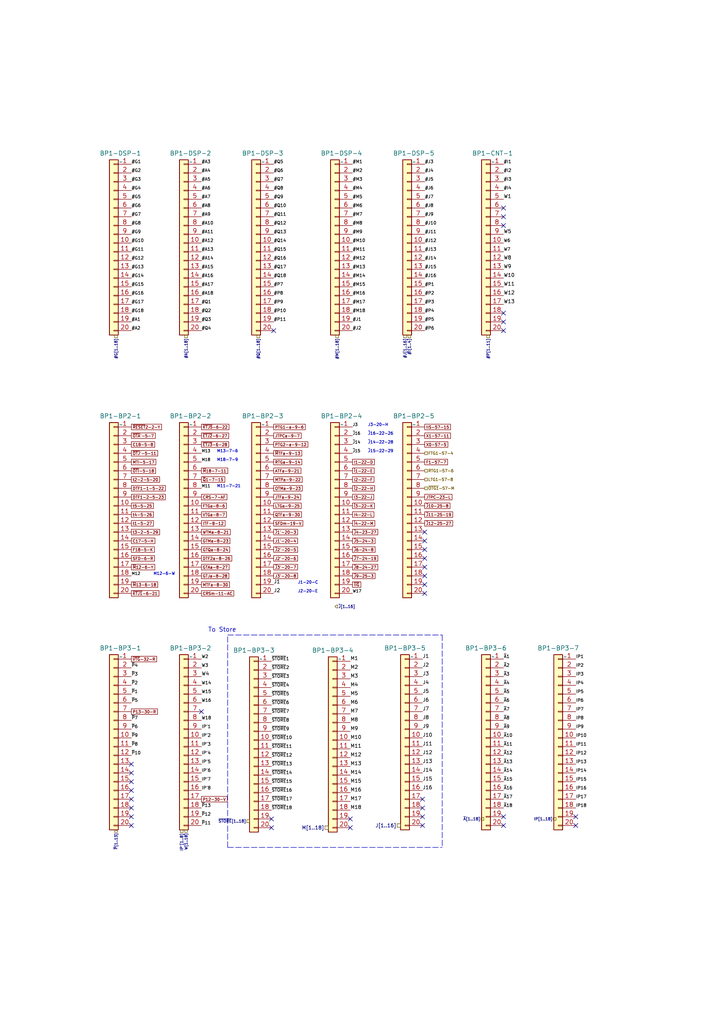
<source format=kicad_sch>
(kicad_sch (version 20211123) (generator eeschema)

  (uuid cd3b5c66-fa9b-424b-9659-e470b451b50e)

  (paper "A4" portrait)

  (lib_symbols
    (symbol "Connector_Generic:Conn_01x20" (pin_names (offset 1.016) hide) (in_bom yes) (on_board yes)
      (property "Reference" "J" (id 0) (at 0 25.4 0)
        (effects (font (size 1.27 1.27)))
      )
      (property "Value" "Conn_01x20" (id 1) (at 0 -27.94 0)
        (effects (font (size 1.27 1.27)))
      )
      (property "Footprint" "" (id 2) (at 0 0 0)
        (effects (font (size 1.27 1.27)) hide)
      )
      (property "Datasheet" "~" (id 3) (at 0 0 0)
        (effects (font (size 1.27 1.27)) hide)
      )
      (property "ki_keywords" "connector" (id 4) (at 0 0 0)
        (effects (font (size 1.27 1.27)) hide)
      )
      (property "ki_description" "Generic connector, single row, 01x20, script generated (kicad-library-utils/schlib/autogen/connector/)" (id 5) (at 0 0 0)
        (effects (font (size 1.27 1.27)) hide)
      )
      (property "ki_fp_filters" "Connector*:*_1x??_*" (id 6) (at 0 0 0)
        (effects (font (size 1.27 1.27)) hide)
      )
      (symbol "Conn_01x20_1_1"
        (rectangle (start -1.27 -25.273) (end 0 -25.527)
          (stroke (width 0.1524) (type default) (color 0 0 0 0))
          (fill (type none))
        )
        (rectangle (start -1.27 -22.733) (end 0 -22.987)
          (stroke (width 0.1524) (type default) (color 0 0 0 0))
          (fill (type none))
        )
        (rectangle (start -1.27 -20.193) (end 0 -20.447)
          (stroke (width 0.1524) (type default) (color 0 0 0 0))
          (fill (type none))
        )
        (rectangle (start -1.27 -17.653) (end 0 -17.907)
          (stroke (width 0.1524) (type default) (color 0 0 0 0))
          (fill (type none))
        )
        (rectangle (start -1.27 -15.113) (end 0 -15.367)
          (stroke (width 0.1524) (type default) (color 0 0 0 0))
          (fill (type none))
        )
        (rectangle (start -1.27 -12.573) (end 0 -12.827)
          (stroke (width 0.1524) (type default) (color 0 0 0 0))
          (fill (type none))
        )
        (rectangle (start -1.27 -10.033) (end 0 -10.287)
          (stroke (width 0.1524) (type default) (color 0 0 0 0))
          (fill (type none))
        )
        (rectangle (start -1.27 -7.493) (end 0 -7.747)
          (stroke (width 0.1524) (type default) (color 0 0 0 0))
          (fill (type none))
        )
        (rectangle (start -1.27 -4.953) (end 0 -5.207)
          (stroke (width 0.1524) (type default) (color 0 0 0 0))
          (fill (type none))
        )
        (rectangle (start -1.27 -2.413) (end 0 -2.667)
          (stroke (width 0.1524) (type default) (color 0 0 0 0))
          (fill (type none))
        )
        (rectangle (start -1.27 0.127) (end 0 -0.127)
          (stroke (width 0.1524) (type default) (color 0 0 0 0))
          (fill (type none))
        )
        (rectangle (start -1.27 2.667) (end 0 2.413)
          (stroke (width 0.1524) (type default) (color 0 0 0 0))
          (fill (type none))
        )
        (rectangle (start -1.27 5.207) (end 0 4.953)
          (stroke (width 0.1524) (type default) (color 0 0 0 0))
          (fill (type none))
        )
        (rectangle (start -1.27 7.747) (end 0 7.493)
          (stroke (width 0.1524) (type default) (color 0 0 0 0))
          (fill (type none))
        )
        (rectangle (start -1.27 10.287) (end 0 10.033)
          (stroke (width 0.1524) (type default) (color 0 0 0 0))
          (fill (type none))
        )
        (rectangle (start -1.27 12.827) (end 0 12.573)
          (stroke (width 0.1524) (type default) (color 0 0 0 0))
          (fill (type none))
        )
        (rectangle (start -1.27 15.367) (end 0 15.113)
          (stroke (width 0.1524) (type default) (color 0 0 0 0))
          (fill (type none))
        )
        (rectangle (start -1.27 17.907) (end 0 17.653)
          (stroke (width 0.1524) (type default) (color 0 0 0 0))
          (fill (type none))
        )
        (rectangle (start -1.27 20.447) (end 0 20.193)
          (stroke (width 0.1524) (type default) (color 0 0 0 0))
          (fill (type none))
        )
        (rectangle (start -1.27 22.987) (end 0 22.733)
          (stroke (width 0.1524) (type default) (color 0 0 0 0))
          (fill (type none))
        )
        (rectangle (start -1.27 24.13) (end 1.27 -26.67)
          (stroke (width 0.254) (type default) (color 0 0 0 0))
          (fill (type background))
        )
        (pin passive line (at -5.08 22.86 0) (length 3.81)
          (name "Pin_1" (effects (font (size 1.27 1.27))))
          (number "1" (effects (font (size 1.27 1.27))))
        )
        (pin passive line (at -5.08 0 0) (length 3.81)
          (name "Pin_10" (effects (font (size 1.27 1.27))))
          (number "10" (effects (font (size 1.27 1.27))))
        )
        (pin passive line (at -5.08 -2.54 0) (length 3.81)
          (name "Pin_11" (effects (font (size 1.27 1.27))))
          (number "11" (effects (font (size 1.27 1.27))))
        )
        (pin passive line (at -5.08 -5.08 0) (length 3.81)
          (name "Pin_12" (effects (font (size 1.27 1.27))))
          (number "12" (effects (font (size 1.27 1.27))))
        )
        (pin passive line (at -5.08 -7.62 0) (length 3.81)
          (name "Pin_13" (effects (font (size 1.27 1.27))))
          (number "13" (effects (font (size 1.27 1.27))))
        )
        (pin passive line (at -5.08 -10.16 0) (length 3.81)
          (name "Pin_14" (effects (font (size 1.27 1.27))))
          (number "14" (effects (font (size 1.27 1.27))))
        )
        (pin passive line (at -5.08 -12.7 0) (length 3.81)
          (name "Pin_15" (effects (font (size 1.27 1.27))))
          (number "15" (effects (font (size 1.27 1.27))))
        )
        (pin passive line (at -5.08 -15.24 0) (length 3.81)
          (name "Pin_16" (effects (font (size 1.27 1.27))))
          (number "16" (effects (font (size 1.27 1.27))))
        )
        (pin passive line (at -5.08 -17.78 0) (length 3.81)
          (name "Pin_17" (effects (font (size 1.27 1.27))))
          (number "17" (effects (font (size 1.27 1.27))))
        )
        (pin passive line (at -5.08 -20.32 0) (length 3.81)
          (name "Pin_18" (effects (font (size 1.27 1.27))))
          (number "18" (effects (font (size 1.27 1.27))))
        )
        (pin passive line (at -5.08 -22.86 0) (length 3.81)
          (name "Pin_19" (effects (font (size 1.27 1.27))))
          (number "19" (effects (font (size 1.27 1.27))))
        )
        (pin passive line (at -5.08 20.32 0) (length 3.81)
          (name "Pin_2" (effects (font (size 1.27 1.27))))
          (number "2" (effects (font (size 1.27 1.27))))
        )
        (pin passive line (at -5.08 -25.4 0) (length 3.81)
          (name "Pin_20" (effects (font (size 1.27 1.27))))
          (number "20" (effects (font (size 1.27 1.27))))
        )
        (pin passive line (at -5.08 17.78 0) (length 3.81)
          (name "Pin_3" (effects (font (size 1.27 1.27))))
          (number "3" (effects (font (size 1.27 1.27))))
        )
        (pin passive line (at -5.08 15.24 0) (length 3.81)
          (name "Pin_4" (effects (font (size 1.27 1.27))))
          (number "4" (effects (font (size 1.27 1.27))))
        )
        (pin passive line (at -5.08 12.7 0) (length 3.81)
          (name "Pin_5" (effects (font (size 1.27 1.27))))
          (number "5" (effects (font (size 1.27 1.27))))
        )
        (pin passive line (at -5.08 10.16 0) (length 3.81)
          (name "Pin_6" (effects (font (size 1.27 1.27))))
          (number "6" (effects (font (size 1.27 1.27))))
        )
        (pin passive line (at -5.08 7.62 0) (length 3.81)
          (name "Pin_7" (effects (font (size 1.27 1.27))))
          (number "7" (effects (font (size 1.27 1.27))))
        )
        (pin passive line (at -5.08 5.08 0) (length 3.81)
          (name "Pin_8" (effects (font (size 1.27 1.27))))
          (number "8" (effects (font (size 1.27 1.27))))
        )
        (pin passive line (at -5.08 2.54 0) (length 3.81)
          (name "Pin_9" (effects (font (size 1.27 1.27))))
          (number "9" (effects (font (size 1.27 1.27))))
        )
      )
    )
  )


  (no_connect (at 123.19 169.545) (uuid 03192fab-7093-4119-a7b5-9beda34f5e7c))
  (no_connect (at 123.19 167.005) (uuid 0b7e6356-e70c-437d-9209-796f7c420482))
  (no_connect (at 167.005 236.855) (uuid 12aa5f6e-bc3b-4ba1-a1ac-88592dec5dc1))
  (no_connect (at 122.555 239.395) (uuid 25b5a130-6e32-4716-87cf-719b353b4921))
  (no_connect (at 122.555 236.855) (uuid 2aa4daf8-a6ac-4989-8535-856e39db8ea4))
  (no_connect (at 58.42 206.375) (uuid 2b6a7af6-852a-4f27-8545-b41c5a64fec3))
  (no_connect (at 38.1 226.695) (uuid 3c225e8e-d7a8-4582-89c2-94d157308537))
  (no_connect (at 123.19 154.305) (uuid 3e8cbf6c-7f49-40a6-a036-321488cc68d9))
  (no_connect (at 123.19 159.385) (uuid 42cc331d-f562-4e51-b566-2cba1996c161))
  (no_connect (at 38.1 229.235) (uuid 4872c38a-8059-4c88-8627-89153182e836))
  (no_connect (at 146.05 65.405) (uuid 5d58cacb-71a0-4e95-af9e-2dd83ace8621))
  (no_connect (at 123.19 172.085) (uuid 61ee5386-94de-4e6c-9ef9-bf7cd550cb63))
  (no_connect (at 123.19 161.925) (uuid 6708a841-3213-41fe-801d-cde77561b106))
  (no_connect (at 101.6 240.03) (uuid 6d6bef44-57ee-41f1-9fe2-3247d7ead39a))
  (no_connect (at 38.1 231.775) (uuid 73a35c24-303e-41de-8139-e7ff5ee7c607))
  (no_connect (at 146.05 90.805) (uuid 7b4e8955-c2c4-4c17-a48b-ba283ce7207f))
  (no_connect (at 38.1 236.855) (uuid 8424a4d1-5375-4063-b1c0-a0273f17eddc))
  (no_connect (at 101.6 237.49) (uuid 86100029-5e95-4681-8151-704a6eb89b2d))
  (no_connect (at 146.05 95.885) (uuid 8895acae-7d71-499d-8f3d-60b99c38502c))
  (no_connect (at 78.74 240.03) (uuid 8bf3eaa1-4fc3-40b8-8bd4-9c09b527178d))
  (no_connect (at 146.05 236.855) (uuid 9296daf2-e2d0-4c83-8a7c-d87f513942c0))
  (no_connect (at 79.375 95.885) (uuid 93beb288-24f4-48aa-b70b-2045a02fc500))
  (no_connect (at 123.19 156.845) (uuid ac690ef4-8a59-40ec-b293-842cf878a5e5))
  (no_connect (at 78.74 237.49) (uuid b4e64f1c-ebcd-4241-8a0f-8fb04c5dda75))
  (no_connect (at 38.1 224.155) (uuid b970e487-ee9a-466c-98f1-efda4e93dfd6))
  (no_connect (at 38.1 221.615) (uuid bd77dd4a-e1c0-4d48-b5ca-d8a9c8d3f7d6))
  (no_connect (at 122.555 234.315) (uuid bd8de0a6-9a03-4a22-950c-2d1569024633))
  (no_connect (at 38.1 234.315) (uuid c1acf475-4dda-436e-aa46-6317be8fe40e))
  (no_connect (at 122.555 231.775) (uuid c2c5b4b1-f87b-47ef-9d44-967be8b7a129))
  (no_connect (at 146.05 239.395) (uuid d1d8b721-e6c2-429b-89d9-b18da756c96f))
  (no_connect (at 146.05 93.345) (uuid d32d4ba6-e803-4295-9a63-bd615f0bf80b))
  (no_connect (at 167.005 239.395) (uuid d941c237-bd28-4b73-919b-45a2132ddb94))
  (no_connect (at 146.05 62.865) (uuid dc1a52ab-de99-4103-84e7-aa8f85dbd979))
  (no_connect (at 123.19 164.465) (uuid ddd80956-671a-4bdf-a2e4-eefa5c9ad866))
  (no_connect (at 38.1 239.395) (uuid e3b41e72-a87d-43a0-9d27-70d9edab0ed6))
  (no_connect (at 146.05 60.325) (uuid fdc7b33f-425e-4e4f-92d6-d6236c864bba))

  (polyline (pts (xy 66.04 245.745) (xy 128.27 245.745))
    (stroke (width 0) (type default) (color 0 0 0 0))
    (uuid 036284c8-e97c-4ee5-9fca-35d33f96011c)
  )
  (polyline (pts (xy 128.27 184.15) (xy 128.27 245.745))
    (stroke (width 0) (type default) (color 0 0 0 0))
    (uuid 3bd924c7-ef7d-4723-9f16-d9530016986b)
  )
  (polyline (pts (xy 66.04 245.745) (xy 66.04 184.15))
    (stroke (width 0) (type default) (color 0 0 0 0))
    (uuid cd701b11-c964-48e4-a08a-6c06f4853919)
  )
  (polyline (pts (xy 66.04 184.15) (xy 128.27 184.15))
    (stroke (width 0) (type default) (color 0 0 0 0))
    (uuid d4bae611-9ef4-4357-a3c1-b5f7439c45e2)
  )

  (text "J3-20-H" (at 106.68 123.825 0)
    (effects (font (size 0.8128 0.8128)) (justify left bottom))
    (uuid 0981ae53-1212-46f5-afed-823176302e76)
  )
  (text "M12-6-W" (at 44.45 167.005 0)
    (effects (font (size 0.8128 0.8128)) (justify left bottom))
    (uuid 19ca92c1-d52e-4a0a-951a-d399b6ee897d)
  )
  (text "J1-20-C" (at 86.36 169.545 0)
    (effects (font (size 0.8128 0.8128)) (justify left bottom))
    (uuid 395684d9-93b3-4eb2-ad13-b7f291aa1af7)
  )
  (text "M13-7-6" (at 62.865 131.445 0)
    (effects (font (size 0.8128 0.8128)) (justify left bottom))
    (uuid 4ee27726-5361-4227-9113-e8a5c0ba386a)
  )
  (text "M18-7-9" (at 62.865 133.985 0)
    (effects (font (size 0.8128 0.8128)) (justify left bottom))
    (uuid 6b7610ee-f06d-412d-9871-56e94f75b0e8)
  )
  (text "~{J}14-22-28" (at 106.68 128.905 0)
    (effects (font (size 0.8128 0.8128)) (justify left bottom))
    (uuid 88a3b685-6e43-42d0-ad48-6cfa9ece9b03)
  )
  (text "~{J}16-22-26" (at 106.68 126.365 0)
    (effects (font (size 0.8128 0.8128)) (justify left bottom))
    (uuid b3ddc741-3c98-4e9e-9ff2-7d93d2d4320b)
  )
  (text "J2-20-E" (at 86.36 172.085 0)
    (effects (font (size 0.8128 0.8128)) (justify left bottom))
    (uuid b8e605b8-ebe3-467b-8dfe-bad6595a519e)
  )
  (text "M11-7-21" (at 62.865 141.605 0)
    (effects (font (size 0.8128 0.8128)) (justify left bottom))
    (uuid d40d2eb6-8aa4-402b-ac47-340d02e9eccd)
  )
  (text "To Store" (at 68.58 183.515 180)
    (effects (font (size 1.27 1.27)) (justify right bottom))
    (uuid d9418989-a7f6-4cbc-90ce-b8b373e5b5f9)
  )
  (text "~{J}15-22-29" (at 106.68 131.445 0)
    (effects (font (size 0.8128 0.8128)) (justify left bottom))
    (uuid f94cee5f-e846-4e63-ad4c-e6c170bdbe47)
  )

  (label "~{A}17" (at 146.05 231.775 0)
    (effects (font (size 0.889 0.889)) (justify left bottom))
    (uuid 00b4877a-bb6a-4446-b24c-1308627f1458)
  )
  (label "M7" (at 101.6 207.01 0)
    (effects (font (size 1.016 1.016)) (justify left bottom))
    (uuid 00f035b7-5d38-4f24-8ab3-a17ddcb31d0f)
  )
  (label "#A3" (at 58.42 47.625 0)
    (effects (font (size 0.889 0.889)) (justify left bottom))
    (uuid 01b98987-e58a-43bc-83b3-6f92e4bd7fef)
  )
  (label "IP10" (at 167.005 213.995 0)
    (effects (font (size 0.889 0.889)) (justify left bottom))
    (uuid 022714a7-9925-4887-b4e7-09cef7a29530)
  )
  (label "W12" (at 146.05 85.725 0)
    (effects (font (size 1.016 1.016)) (justify left bottom))
    (uuid 0243f88b-d1bd-49a2-8207-ab843484fdf6)
  )
  (label "M18" (at 58.42 133.985 0)
    (effects (font (size 0.8128 0.8128)) (justify left bottom))
    (uuid 027bcfbe-0b8e-4890-99c6-3f273ef6ad93)
  )
  (label "~{P}6" (at 38.1 211.455 0)
    (effects (font (size 0.889 0.889)) (justify left bottom))
    (uuid 03102e4f-3065-40f6-aa02-76a994362d9f)
  )
  (label "#M1" (at 102.235 47.625 0)
    (effects (font (size 0.889 0.889)) (justify left bottom))
    (uuid 03691d34-63e9-4cbf-b9e9-3067df235c2e)
  )
  (label "~{A}2" (at 146.05 193.675 0)
    (effects (font (size 0.889 0.889)) (justify left bottom))
    (uuid 03e6af57-9d66-4fda-8d1d-32d8ec246798)
  )
  (label "M11" (at 58.42 141.605 0)
    (effects (font (size 0.8128 0.8128)) (justify left bottom))
    (uuid 03f5eae7-d8af-4baf-906a-2ddae071ab86)
  )
  (label "#Q12" (at 79.375 65.405 0)
    (effects (font (size 0.889 0.889)) (justify left bottom))
    (uuid 050bb623-1cf8-4b6a-b787-44d9f25ec217)
  )
  (label "~{P}11" (at 58.42 239.395 0)
    (effects (font (size 0.889 0.889)) (justify left bottom))
    (uuid 05e3c9c2-c355-4bee-b801-b162fa0d4cb6)
  )
  (label "#J16" (at 123.19 80.645 0)
    (effects (font (size 0.889 0.889)) (justify left bottom))
    (uuid 076c34d9-013c-49aa-a2ea-6cfa7ca26656)
  )
  (label "#P2" (at 123.19 85.725 0)
    (effects (font (size 0.889 0.889)) (justify left bottom))
    (uuid 07d57daa-5df0-4547-96b3-460e5f40e79f)
  )
  (label "J2" (at 79.375 172.085 0)
    (effects (font (size 1.016 1.016)) (justify left bottom))
    (uuid 085386ae-2b9d-4eea-b295-cf83fba2d0af)
  )
  (label "#Q16" (at 79.375 75.565 0)
    (effects (font (size 0.889 0.889)) (justify left bottom))
    (uuid 0b50f934-f9b9-4c01-89d8-8179e4c753d9)
  )
  (label "#G4" (at 38.1 55.245 0)
    (effects (font (size 0.889 0.889)) (justify left bottom))
    (uuid 0b8bf94b-8a8c-4a7d-8947-2bb186f3578d)
  )
  (label "#G11" (at 38.1 73.025 0)
    (effects (font (size 0.889 0.889)) (justify left bottom))
    (uuid 0d848577-1671-4876-8b27-38a5ccd5bf36)
  )
  (label "W15" (at 58.42 201.295 0)
    (effects (font (size 0.889 0.889)) (justify left bottom))
    (uuid 0f8d6853-e7c0-4935-8db4-6d8a0a614e44)
  )
  (label "#A6" (at 58.42 55.245 0)
    (effects (font (size 0.889 0.889)) (justify left bottom))
    (uuid 10315a0c-531e-4a26-a2f5-ea4df8091cb5)
  )
  (label "#M3" (at 102.235 52.705 0)
    (effects (font (size 0.889 0.889)) (justify left bottom))
    (uuid 10a76504-2e75-4e94-bdf9-d1c8356fbaea)
  )
  (label "#A16" (at 58.42 80.645 0)
    (effects (font (size 0.889 0.889)) (justify left bottom))
    (uuid 10cb1fc6-8f8c-4bd0-95a2-92f1d7baa3d8)
  )
  (label "#M10" (at 102.235 70.485 0)
    (effects (font (size 0.889 0.889)) (justify left bottom))
    (uuid 119c31d9-24d1-4553-af09-3b951fee00cd)
  )
  (label "J16" (at 122.555 229.235 0)
    (effects (font (size 1.016 1.016)) (justify left bottom))
    (uuid 11d58fad-42bc-4262-9289-3e4eb2f400e2)
  )
  (label "IP'5" (at 58.42 221.615 0)
    (effects (font (size 0.889 0.889)) (justify left bottom))
    (uuid 11f71ac6-6208-4b5d-b3a7-1571c1334e5a)
  )
  (label "J12" (at 122.555 219.075 0)
    (effects (font (size 1.016 1.016)) (justify left bottom))
    (uuid 157cdc75-8220-4948-825c-ccf83e834678)
  )
  (label "IP'7" (at 58.42 226.695 0)
    (effects (font (size 0.889 0.889)) (justify left bottom))
    (uuid 15a97b8c-8cc5-4300-97ed-ffe225b9e4ae)
  )
  (label "#Q15" (at 79.375 73.025 0)
    (effects (font (size 0.889 0.889)) (justify left bottom))
    (uuid 185e1cc6-7567-4ebe-8975-87359d7be7e2)
  )
  (label "#I3" (at 146.05 52.705 0)
    (effects (font (size 0.889 0.889)) (justify left bottom))
    (uuid 19261c26-529e-43cd-8e14-aab5af0e6cee)
  )
  (label "~{STORE}17" (at 78.74 232.41 0)
    (effects (font (size 0.889 0.889)) (justify left bottom))
    (uuid 1a02ad04-c4ec-434a-99c9-443c139b3a20)
  )
  (label "#Q17" (at 79.375 78.105 0)
    (effects (font (size 0.889 0.889)) (justify left bottom))
    (uuid 1aebcb03-3d72-4fe1-a668-bcf5a861d8e6)
  )
  (label "~{P}8" (at 38.1 216.535 0)
    (effects (font (size 0.889 0.889)) (justify left bottom))
    (uuid 1af862a8-7f4b-45eb-b9a7-8e4502346964)
  )
  (label "~{STORE}8" (at 78.74 209.55 0)
    (effects (font (size 0.889 0.889)) (justify left bottom))
    (uuid 1cf5f318-0aef-45d3-9243-7282bc05c3c4)
  )
  (label "J3" (at 122.555 196.215 0)
    (effects (font (size 1.016 1.016)) (justify left bottom))
    (uuid 1e01bcc8-2437-41ce-9d4d-4ec7982a1ad6)
  )
  (label "IP1" (at 167.005 191.135 0)
    (effects (font (size 0.889 0.889)) (justify left bottom))
    (uuid 1e33fc5d-423e-4abf-a8e7-68e9d34122fb)
  )
  (label "#I4" (at 146.05 55.245 0)
    (effects (font (size 0.889 0.889)) (justify left bottom))
    (uuid 1e3a8d81-e7cb-4597-8cd0-10b7be7f5aca)
  )
  (label "#J13" (at 123.19 73.025 0)
    (effects (font (size 0.889 0.889)) (justify left bottom))
    (uuid 1f476b03-c9f9-40e0-89b2-adeb93f7d8be)
  )
  (label "J1" (at 122.555 191.135 0)
    (effects (font (size 1.016 1.016)) (justify left bottom))
    (uuid 230fb9a5-2165-466d-b928-12aa95df178e)
  )
  (label "#P10" (at 79.375 90.805 0)
    (effects (font (size 0.889 0.889)) (justify left bottom))
    (uuid 238d4bcb-1108-4373-a8ac-4d48a9248c8d)
  )
  (label "~{STORE}16" (at 78.74 229.87 0)
    (effects (font (size 0.889 0.889)) (justify left bottom))
    (uuid 26f77897-4fac-4e53-a13b-cc1fab875ffe)
  )
  (label "~{STORE}12" (at 78.74 219.71 0)
    (effects (font (size 0.889 0.889)) (justify left bottom))
    (uuid 27112744-58d4-47c5-ad3e-55afa4ddea25)
  )
  (label "#A4" (at 58.42 50.165 0)
    (effects (font (size 0.889 0.889)) (justify left bottom))
    (uuid 2817c444-c333-48a0-b2e6-971ee39213d6)
  )
  (label "W9" (at 146.05 78.105 0)
    (effects (font (size 1.016 1.016)) (justify left bottom))
    (uuid 28ac1375-bffb-441a-928d-26b33a2d0d14)
  )
  (label "W6" (at 146.05 70.485 0)
    (effects (font (size 0.889 0.889)) (justify left bottom))
    (uuid 29353458-3ca0-4986-a706-7953c4864b4e)
  )
  (label "W1" (at 146.05 57.785 0)
    (effects (font (size 1.016 1.016)) (justify left bottom))
    (uuid 2ca74029-f6e8-4819-ab41-339cf55f5faf)
  )
  (label "#Q13" (at 79.375 67.945 0)
    (effects (font (size 0.889 0.889)) (justify left bottom))
    (uuid 2cc8d7ef-10a9-43ab-a454-92cf3ca9f7eb)
  )
  (label "~{A}15" (at 146.05 226.695 0)
    (effects (font (size 0.889 0.889)) (justify left bottom))
    (uuid 2d91675c-f304-41a2-9699-53bb519c1266)
  )
  (label "#A10" (at 58.42 65.405 0)
    (effects (font (size 0.889 0.889)) (justify left bottom))
    (uuid 2e983b2f-c936-4d90-94ce-f9550abed35f)
  )
  (label "#J9" (at 123.19 62.865 0)
    (effects (font (size 0.889 0.889)) (justify left bottom))
    (uuid 32203f05-a3ad-454e-b142-dd1c2d138771)
  )
  (label "#M4" (at 102.235 55.245 0)
    (effects (font (size 0.889 0.889)) (justify left bottom))
    (uuid 35148d0d-02b1-48c1-8fa7-8b69f6e2c2ff)
  )
  (label "M1" (at 101.6 191.77 0)
    (effects (font (size 1.016 1.016)) (justify left bottom))
    (uuid 35636a5f-fd58-471d-97e7-9f2ffa88b995)
  )
  (label "~{A}12" (at 146.05 219.075 0)
    (effects (font (size 0.889 0.889)) (justify left bottom))
    (uuid 3712ddad-f95b-4f80-bf27-513e721d37ca)
  )
  (label "#A14" (at 58.42 75.565 0)
    (effects (font (size 0.889 0.889)) (justify left bottom))
    (uuid 38ad56b2-e7a1-4374-bfb7-d7115f4e853d)
  )
  (label "J11" (at 122.555 216.535 0)
    (effects (font (size 1.016 1.016)) (justify left bottom))
    (uuid 3c559823-e64f-4079-a3de-46508ddc7115)
  )
  (label "#A7" (at 58.42 57.785 0)
    (effects (font (size 0.889 0.889)) (justify left bottom))
    (uuid 3dd5f13b-be98-42f0-a2aa-2494e78a5888)
  )
  (label "~{STORE}6" (at 78.74 204.47 0)
    (effects (font (size 0.889 0.889)) (justify left bottom))
    (uuid 3e41ee50-2a61-43ea-abbd-cf5c5fc1e858)
  )
  (label "#P11" (at 79.375 93.345 0)
    (effects (font (size 0.889 0.889)) (justify left bottom))
    (uuid 3feacb60-46a0-41fe-a1fa-4e07935114de)
  )
  (label "~{A}16" (at 146.05 229.235 0)
    (effects (font (size 0.889 0.889)) (justify left bottom))
    (uuid 41f48595-9979-49af-830a-fd50fe788edb)
  )
  (label "~{A}18" (at 146.05 234.315 0)
    (effects (font (size 0.889 0.889)) (justify left bottom))
    (uuid 424d0468-2fed-4c9e-aee1-a64b137c21e7)
  )
  (label "#Q3" (at 58.42 93.345 0)
    (effects (font (size 0.889 0.889)) (justify left bottom))
    (uuid 42682251-0d63-4bb7-b757-27ad061b9370)
  )
  (label "#G15" (at 38.1 83.185 0)
    (effects (font (size 0.889 0.889)) (justify left bottom))
    (uuid 43ddccdf-bdcf-4658-85b5-1a86571a2e3e)
  )
  (label "~{A}13" (at 146.05 221.615 0)
    (effects (font (size 0.889 0.889)) (justify left bottom))
    (uuid 4492d13d-cf73-4136-a11d-445106f22e0c)
  )
  (label "~{STORE}9" (at 78.74 212.09 0)
    (effects (font (size 0.889 0.889)) (justify left bottom))
    (uuid 453250c2-b3a6-4009-90a3-fdac0a354763)
  )
  (label "#G14" (at 38.1 80.645 0)
    (effects (font (size 0.889 0.889)) (justify left bottom))
    (uuid 4613eac3-b293-44d6-ac99-c98474a92b53)
  )
  (label "#A9" (at 58.42 62.865 0)
    (effects (font (size 0.889 0.889)) (justify left bottom))
    (uuid 46550a28-6ffe-4857-a2bf-5d36dcaa5e79)
  )
  (label "IP'4" (at 58.42 219.075 0)
    (effects (font (size 0.889 0.889)) (justify left bottom))
    (uuid 4a677b01-1040-4588-94ea-8480d926d0d1)
  )
  (label "M6" (at 101.6 204.47 0)
    (effects (font (size 1.016 1.016)) (justify left bottom))
    (uuid 4b195b09-5ff4-4789-a2c0-3cafe81cff00)
  )
  (label "#I2" (at 146.05 50.165 0)
    (effects (font (size 0.889 0.889)) (justify left bottom))
    (uuid 4ccfdd9d-51ce-4d22-b9bf-5112e0f752d2)
  )
  (label "#G8" (at 38.1 65.405 0)
    (effects (font (size 0.889 0.889)) (justify left bottom))
    (uuid 4d633e7c-91d2-4600-8dfb-06567ad20826)
  )
  (label "#Q11" (at 79.375 62.865 0)
    (effects (font (size 0.889 0.889)) (justify left bottom))
    (uuid 4e069219-4dc6-4a55-85a7-1aadfccf27a3)
  )
  (label "#J14" (at 123.19 75.565 0)
    (effects (font (size 0.889 0.889)) (justify left bottom))
    (uuid 4eb96306-3867-4cf9-be9c-f8e1658153e8)
  )
  (label "#Q2" (at 58.42 90.805 0)
    (effects (font (size 0.889 0.889)) (justify left bottom))
    (uuid 4ff3748a-603d-4701-8c19-de913a676a3c)
  )
  (label "~{A}1" (at 146.05 191.135 0)
    (effects (font (size 0.889 0.889)) (justify left bottom))
    (uuid 502a48c4-06f0-482e-b101-405648ac590b)
  )
  (label "~{J}15" (at 102.235 131.445 0)
    (effects (font (size 0.8128 0.8128)) (justify left bottom))
    (uuid 512bcdac-6429-49be-ae3c-498322b52711)
  )
  (label "#P5" (at 123.19 93.345 0)
    (effects (font (size 0.889 0.889)) (justify left bottom))
    (uuid 515b0ac0-72c0-4952-8f08-32916907f623)
  )
  (label "#G18" (at 38.1 90.805 0)
    (effects (font (size 0.889 0.889)) (justify left bottom))
    (uuid 529a607a-1556-463b-842b-ca4f5176f190)
  )
  (label "~{A}7" (at 146.05 206.375 0)
    (effects (font (size 0.889 0.889)) (justify left bottom))
    (uuid 54261151-e19d-4c1c-9aa1-a82976dfdb0f)
  )
  (label "~{A}6" (at 146.05 203.835 0)
    (effects (font (size 0.889 0.889)) (justify left bottom))
    (uuid 5512a63d-0043-446e-9d24-6c229698cbf8)
  )
  (label "J2" (at 122.555 193.675 0)
    (effects (font (size 1.016 1.016)) (justify left bottom))
    (uuid 56179136-0cb7-4cc9-ab38-54a801d54760)
  )
  (label "~{P}12" (at 58.42 236.855 0)
    (effects (font (size 0.889 0.889)) (justify left bottom))
    (uuid 561b2e19-b0f1-47d5-8331-3137c4d485ce)
  )
  (label "~{A}4" (at 146.05 198.755 0)
    (effects (font (size 0.889 0.889)) (justify left bottom))
    (uuid 57e276ca-cafa-4a7d-b63d-4996c32a7c01)
  )
  (label "IP'2" (at 58.42 213.995 0)
    (effects (font (size 0.889 0.889)) (justify left bottom))
    (uuid 5b62e98d-5369-4f40-bb4f-47d21a8d98c8)
  )
  (label "#A13" (at 58.42 73.025 0)
    (effects (font (size 0.889 0.889)) (justify left bottom))
    (uuid 5ce77d32-46e5-49c2-a144-e1204cb4041a)
  )
  (label "#A5" (at 58.42 52.705 0)
    (effects (font (size 0.889 0.889)) (justify left bottom))
    (uuid 5d014973-e60f-4fae-8af8-5593b220ea1d)
  )
  (label "W8" (at 146.05 75.565 0)
    (effects (font (size 1.016 1.016)) (justify left bottom))
    (uuid 5fa1bbaa-4a0b-4ef5-bb69-7ae393aa96fd)
  )
  (label "~{A}8" (at 146.05 208.915 0)
    (effects (font (size 0.889 0.889)) (justify left bottom))
    (uuid 62ee7631-3a71-44c9-8094-1fe0e49b2906)
  )
  (label "M11" (at 101.6 217.17 0)
    (effects (font (size 1.016 1.016)) (justify left bottom))
    (uuid 632b931b-67fa-4752-80c6-fdf002647b0e)
  )
  (label "J9" (at 122.555 211.455 0)
    (effects (font (size 1.016 1.016)) (justify left bottom))
    (uuid 63667ace-0ea5-4eab-95b8-861c15a2d692)
  )
  (label "~{J}14" (at 102.235 128.905 0)
    (effects (font (size 0.8128 0.8128)) (justify left bottom))
    (uuid 64745d0c-860e-4ef8-8a5a-bdeabc5ebd68)
  )
  (label "#P7" (at 79.375 83.185 0)
    (effects (font (size 0.889 0.889)) (justify left bottom))
    (uuid 68c60a06-4685-43a5-950f-6c04480db27c)
  )
  (label "W14" (at 58.42 198.755 0)
    (effects (font (size 0.889 0.889)) (justify left bottom))
    (uuid 698b3139-3576-4969-8dab-09b95438f73c)
  )
  (label "~{STORE}2" (at 78.74 194.31 0)
    (effects (font (size 0.889 0.889)) (justify left bottom))
    (uuid 69db8fa7-676d-41a9-9cc6-8aa3f0ef2b9f)
  )
  (label "#M18" (at 102.235 90.805 0)
    (effects (font (size 0.889 0.889)) (justify left bottom))
    (uuid 6a4c3b7a-0bcc-4d64-96a5-3458ec86dc63)
  )
  (label "~{A}3" (at 146.05 196.215 0)
    (effects (font (size 0.889 0.889)) (justify left bottom))
    (uuid 6ab9f093-3466-45a7-b49e-dd9cb746d02d)
  )
  (label "#Q10" (at 79.375 60.325 0)
    (effects (font (size 0.889 0.889)) (justify left bottom))
    (uuid 6c200742-682d-4250-a9d4-accb1be3aeac)
  )
  (label "~{A}11" (at 146.05 216.535 0)
    (effects (font (size 0.889 0.889)) (justify left bottom))
    (uuid 6cf0f27d-ec00-4542-b98f-3761d56f5f70)
  )
  (label "#M6" (at 102.235 60.325 0)
    (effects (font (size 0.889 0.889)) (justify left bottom))
    (uuid 6e38f4b1-066d-4f2f-9153-a9599014443a)
  )
  (label "#P6" (at 123.19 95.885 0)
    (effects (font (size 0.889 0.889)) (justify left bottom))
    (uuid 6fa4b5c5-7bab-454b-8702-cdf3175a7038)
  )
  (label "IP'3" (at 58.42 216.535 0)
    (effects (font (size 0.889 0.889)) (justify left bottom))
    (uuid 70eabe10-5442-4dab-a7fc-268d028630dc)
  )
  (label "M3" (at 101.6 196.85 0)
    (effects (font (size 1.016 1.016)) (justify left bottom))
    (uuid 733dae09-13f3-4487-acf1-52dcf9918751)
  )
  (label "M13" (at 58.42 131.445 0)
    (effects (font (size 0.8128 0.8128)) (justify left bottom))
    (uuid 734992ad-506f-4f40-a174-ea6b4b251b81)
  )
  (label "#P1" (at 123.19 83.185 0)
    (effects (font (size 0.889 0.889)) (justify left bottom))
    (uuid 74529556-d78c-44e0-9781-5ec223224a15)
  )
  (label "W7" (at 146.05 73.025 0)
    (effects (font (size 0.889 0.889)) (justify left bottom))
    (uuid 755d0282-737a-466a-a204-e9deb4b7842b)
  )
  (label "~{STORE}13" (at 78.74 222.25 0)
    (effects (font (size 0.889 0.889)) (justify left bottom))
    (uuid 7608e0e1-3bcc-4d39-bb5c-e7ae42e5e61b)
  )
  (label "#Q5" (at 79.375 47.625 0)
    (effects (font (size 0.889 0.889)) (justify left bottom))
    (uuid 76f20f44-de28-4900-8d35-f058fd12eb0b)
  )
  (label "W10" (at 146.05 80.645 0)
    (effects (font (size 1.016 1.016)) (justify left bottom))
    (uuid 773f1d18-ad5e-4f97-beb8-10097a848da2)
  )
  (label "M12" (at 38.1 167.005 0)
    (effects (font (size 0.8128 0.8128)) (justify left bottom))
    (uuid 775b88cd-f915-4026-b074-462c5f0cf22f)
  )
  (label "~{P}10" (at 38.1 219.075 0)
    (effects (font (size 0.889 0.889)) (justify left bottom))
    (uuid 79672449-b5fb-4b7a-8327-89ae745b59ef)
  )
  (label "M17" (at 101.6 232.41 0)
    (effects (font (size 1.016 1.016)) (justify left bottom))
    (uuid 7c4ded79-d6bd-4efd-945e-483fe5aeade2)
  )
  (label "M15" (at 101.6 227.33 0)
    (effects (font (size 1.016 1.016)) (justify left bottom))
    (uuid 7cfb2610-daec-40d3-88ae-6eca499cfc52)
  )
  (label "IP12" (at 167.005 219.075 0)
    (effects (font (size 0.889 0.889)) (justify left bottom))
    (uuid 7d0c8951-d888-490f-83ab-d6d7428c5285)
  )
  (label "J8" (at 122.555 208.915 0)
    (effects (font (size 1.016 1.016)) (justify left bottom))
    (uuid 7d4d3fe2-c616-4cca-ace3-a80cdfd18c6d)
  )
  (label "M14" (at 101.6 224.79 0)
    (effects (font (size 1.016 1.016)) (justify left bottom))
    (uuid 7e47fc1b-244b-41c4-b4ba-c5efa1ce3e3d)
  )
  (label "IP4" (at 167.005 198.755 0)
    (effects (font (size 0.889 0.889)) (justify left bottom))
    (uuid 7f15d429-fef5-481a-b50f-a279bd5e7f48)
  )
  (label "#J10" (at 123.19 65.405 0)
    (effects (font (size 0.889 0.889)) (justify left bottom))
    (uuid 80aa0fa2-bd37-4c75-a1f6-3cc970dba66c)
  )
  (label "~{STORE}5" (at 78.74 201.93 0)
    (effects (font (size 0.889 0.889)) (justify left bottom))
    (uuid 84216484-4020-464c-b4d5-41182c4841c6)
  )
  (label "#G17" (at 38.1 88.265 0)
    (effects (font (size 0.889 0.889)) (justify left bottom))
    (uuid 891a03ac-0cfa-46e6-9ca4-0f8b14b1864e)
  )
  (label "#Q14" (at 79.375 70.485 0)
    (effects (font (size 0.889 0.889)) (justify left bottom))
    (uuid 89e8bfb5-e390-4404-8a50-5fbdad9e0c57)
  )
  (label "IP6" (at 167.005 203.835 0)
    (effects (font (size 0.889 0.889)) (justify left bottom))
    (uuid 8b4b3904-8bbf-4d57-b87d-738755892ee6)
  )
  (label "#M13" (at 102.235 78.105 0)
    (effects (font (size 0.889 0.889)) (justify left bottom))
    (uuid 8b91324a-6f14-4d2d-8f13-462cc10c13be)
  )
  (label "IP11" (at 167.005 216.535 0)
    (effects (font (size 0.889 0.889)) (justify left bottom))
    (uuid 8bdaea74-3f21-4af5-977d-fc693c2c40f9)
  )
  (label "IP16" (at 167.005 229.235 0)
    (effects (font (size 0.889 0.889)) (justify left bottom))
    (uuid 8c8cb3f8-cb11-4ac7-9553-970e90aa9fbf)
  )
  (label "#G6" (at 38.1 60.325 0)
    (effects (font (size 0.889 0.889)) (justify left bottom))
    (uuid 8cf565d3-c75e-441f-ae6a-1c38d96aa550)
  )
  (label "#P3" (at 123.19 88.265 0)
    (effects (font (size 0.889 0.889)) (justify left bottom))
    (uuid 8d412e54-e987-4f1f-aac0-61a66dc11fc7)
  )
  (label "#A18" (at 58.42 85.725 0)
    (effects (font (size 0.889 0.889)) (justify left bottom))
    (uuid 8dd15c68-48b9-4d40-b767-aa5411983c40)
  )
  (label "#M15" (at 102.235 83.185 0)
    (effects (font (size 0.889 0.889)) (justify left bottom))
    (uuid 8e838ff0-2d9a-465a-91f1-6e3f7f39dab2)
  )
  (label "~{P}9" (at 38.1 213.995 0)
    (effects (font (size 0.889 0.889)) (justify left bottom))
    (uuid 8e859e09-e22d-4687-a384-cb816c447e35)
  )
  (label "~{A}14" (at 146.05 224.155 0)
    (effects (font (size 0.889 0.889)) (justify left bottom))
    (uuid 8eaeb509-afae-494f-bd9f-6a9327dfbdfa)
  )
  (label "#A1" (at 38.1 93.345 0)
    (effects (font (size 0.889 0.889)) (justify left bottom))
    (uuid 8f3faabe-4d04-4ae2-b822-a7a7ad1d82ac)
  )
  (label "J5" (at 122.555 201.295 0)
    (effects (font (size 1.016 1.016)) (justify left bottom))
    (uuid 902667bc-9c1a-4c15-b609-dd764c566142)
  )
  (label "~{P}4" (at 38.1 193.675 0)
    (effects (font (size 0.889 0.889)) (justify left bottom))
    (uuid 91cb2886-8d58-4c8b-9544-30902128cc1b)
  )
  (label "J10" (at 122.555 213.995 0)
    (effects (font (size 1.016 1.016)) (justify left bottom))
    (uuid 92f45aab-e02a-4cd0-8ecb-b48ec7050036)
  )
  (label "~{STORE}7" (at 78.74 207.01 0)
    (effects (font (size 0.889 0.889)) (justify left bottom))
    (uuid 92fad58f-76b9-444d-a92c-5417da41d6a9)
  )
  (label "#A11" (at 58.42 67.945 0)
    (effects (font (size 0.889 0.889)) (justify left bottom))
    (uuid 93652b54-6ab1-4b0c-8682-5b3e78a1ba35)
  )
  (label "W17" (at 102.235 172.085 0)
    (effects (font (size 0.8128 0.8128)) (justify left bottom))
    (uuid 94b6852f-1f54-4425-b96f-84fa8ea2c7a6)
  )
  (label "#G1" (at 38.1 47.625 0)
    (effects (font (size 0.889 0.889)) (justify left bottom))
    (uuid 961fde49-d2fa-45e2-b7a0-61d5d89986ee)
  )
  (label "#M16" (at 102.235 85.725 0)
    (effects (font (size 0.889 0.889)) (justify left bottom))
    (uuid 9653698f-5d68-4e67-889c-6d50dabc0d0b)
  )
  (label "~{P}2" (at 38.1 198.755 0)
    (effects (font (size 0.889 0.889)) (justify left bottom))
    (uuid 96f573fc-5781-4a41-b8ae-922888a83e22)
  )
  (label "#A15" (at 58.42 78.105 0)
    (effects (font (size 0.889 0.889)) (justify left bottom))
    (uuid 97af5faa-e210-4a2e-b028-7887a6bb48e2)
  )
  (label "J7" (at 122.555 206.375 0)
    (effects (font (size 1.016 1.016)) (justify left bottom))
    (uuid 97c18f2f-e701-485b-a08b-90c39d55c967)
  )
  (label "~{STORE}4" (at 78.74 199.39 0)
    (effects (font (size 0.889 0.889)) (justify left bottom))
    (uuid 97ef5a0b-dcad-4fb2-ba15-45a5d2525791)
  )
  (label "#Q7" (at 79.375 52.705 0)
    (effects (font (size 0.889 0.889)) (justify left bottom))
    (uuid 98461557-414f-46fe-ab61-3ca87f9755e9)
  )
  (label "W5" (at 146.05 67.945 0)
    (effects (font (size 1.016 1.016)) (justify left bottom))
    (uuid 989491ee-cfa5-4ecc-85a5-e0d2afe60d27)
  )
  (label "#I1" (at 146.05 47.625 0)
    (effects (font (size 0.889 0.889)) (justify left bottom))
    (uuid 98aebec3-b25d-4ac7-83e6-5ed7fd21e12c)
  )
  (label "#M14" (at 102.235 80.645 0)
    (effects (font (size 0.889 0.889)) (justify left bottom))
    (uuid 98db1d49-cf53-4f0e-8e0e-aa183d8bb3a7)
  )
  (label "W18" (at 58.42 208.915 0)
    (effects (font (size 0.889 0.889)) (justify left bottom))
    (uuid 9ac5e14b-a98f-44c7-b003-29260d5d3259)
  )
  (label "J13" (at 122.555 221.615 0)
    (effects (font (size 1.016 1.016)) (justify left bottom))
    (uuid 9b3c4eb5-86c7-4116-a753-1e3dd55bdef0)
  )
  (label "M18" (at 101.6 234.95 0)
    (effects (font (size 1.016 1.016)) (justify left bottom))
    (uuid 9b515c0d-da86-4901-9998-a4b3726a76e4)
  )
  (label "#J1" (at 102.235 93.345 0)
    (effects (font (size 0.889 0.889)) (justify left bottom))
    (uuid 9cadceeb-88ea-4a8f-a9c0-bdda60174b7f)
  )
  (label "W4" (at 58.42 196.215 0)
    (effects (font (size 1.016 1.016)) (justify left bottom))
    (uuid 9cc7f9c9-b552-41a6-8b68-0b3ce088891a)
  )
  (label "~{J}16" (at 102.235 126.365 0)
    (effects (font (size 0.8128 0.8128)) (justify left bottom))
    (uuid 9d09e582-f30e-4c07-9ecf-16695b5d7592)
  )
  (label "M2" (at 101.6 194.31 0)
    (effects (font (size 1.016 1.016)) (justify left bottom))
    (uuid 9f3433d2-3430-4e14-a656-6ccefc1f8525)
  )
  (label "IP18" (at 167.005 234.315 0)
    (effects (font (size 0.889 0.889)) (justify left bottom))
    (uuid a05ecd31-31a7-44f0-86c7-6832979f2453)
  )
  (label "#G3" (at 38.1 52.705 0)
    (effects (font (size 0.889 0.889)) (justify left bottom))
    (uuid a2a750f3-7bce-4875-b218-a1a6ea77e1b7)
  )
  (label "~{STORE}18" (at 78.74 234.95 0)
    (effects (font (size 0.889 0.889)) (justify left bottom))
    (uuid a2b1350f-7517-4043-bfb1-4b252d07de63)
  )
  (label "#J2" (at 102.235 95.885 0)
    (effects (font (size 0.889 0.889)) (justify left bottom))
    (uuid a3e5a84d-b477-4417-82da-985ebf7ca9a5)
  )
  (label "W11" (at 146.05 83.185 0)
    (effects (font (size 1.016 1.016)) (justify left bottom))
    (uuid a48336c0-8637-42d9-bb36-45c44118bccd)
  )
  (label "#J4" (at 123.19 50.165 0)
    (effects (font (size 0.889 0.889)) (justify left bottom))
    (uuid a4b15ff6-2b87-439a-9910-e1fa12a7374f)
  )
  (label "~{STORE}14" (at 78.74 224.79 0)
    (effects (font (size 0.889 0.889)) (justify left bottom))
    (uuid a6e5c869-7a47-40b8-92fb-be6917d0beba)
  )
  (label "M13" (at 101.6 222.25 0)
    (effects (font (size 1.016 1.016)) (justify left bottom))
    (uuid a6f8336f-1e94-4a48-89a4-7df289052024)
  )
  (label "IP2" (at 167.005 193.675 0)
    (effects (font (size 0.889 0.889)) (justify left bottom))
    (uuid a7d03f5f-eab6-44ba-a425-97c13977c856)
  )
  (label "#Q9" (at 79.375 57.785 0)
    (effects (font (size 0.889 0.889)) (justify left bottom))
    (uuid a7d2f68e-bec0-45c8-94a6-5f0567eb928a)
  )
  (label "IP9" (at 167.005 211.455 0)
    (effects (font (size 0.889 0.889)) (justify left bottom))
    (uuid a8d27972-9238-42de-93a9-a67a91797998)
  )
  (label "#Q8" (at 79.375 55.245 0)
    (effects (font (size 0.889 0.889)) (justify left bottom))
    (uuid aaacf67b-ef0e-432e-969c-059b8a20286b)
  )
  (label "~{STORE}10" (at 78.74 214.63 0)
    (effects (font (size 0.889 0.889)) (justify left bottom))
    (uuid ab158569-6220-4e14-9720-e1e85921e4d9)
  )
  (label "#M5" (at 102.235 57.785 0)
    (effects (font (size 0.889 0.889)) (justify left bottom))
    (uuid abc1ac07-7191-41d4-bc16-8cf0e94898de)
  )
  (label "#P8" (at 79.375 85.725 0)
    (effects (font (size 0.889 0.889)) (justify left bottom))
    (uuid acdc321d-259e-42fc-82b1-682deaf3bfb8)
  )
  (label "#M7" (at 102.235 62.865 0)
    (effects (font (size 0.889 0.889)) (justify left bottom))
    (uuid ad1b4841-2fa8-4283-8a93-ffd733754471)
  )
  (label "#M9" (at 102.235 67.945 0)
    (effects (font (size 0.889 0.889)) (justify left bottom))
    (uuid ad22b297-7dfb-4974-a81c-840d58fd54a2)
  )
  (label "M8" (at 101.6 209.55 0)
    (effects (font (size 1.016 1.016)) (justify left bottom))
    (uuid aebf89f2-6f0f-4124-9328-1042d687c931)
  )
  (label "J3" (at 102.235 123.825 0)
    (effects (font (size 0.8128 0.8128)) (justify left bottom))
    (uuid aec33228-339a-41d0-b88c-c6d3bdc63b14)
  )
  (label "~{P}3" (at 38.1 196.215 0)
    (effects (font (size 0.889 0.889)) (justify left bottom))
    (uuid afb998c0-9e44-4e42-ae06-ec2c2e261638)
  )
  (label "IP3" (at 167.005 196.215 0)
    (effects (font (size 0.889 0.889)) (justify left bottom))
    (uuid b02eba90-64ed-487b-9844-1f0ee3986c48)
  )
  (label "W3" (at 58.42 193.675 0)
    (effects (font (size 0.889 0.889)) (justify left bottom))
    (uuid b068adf5-9e0f-41ac-a8ec-292d6e0b5650)
  )
  (label "J15" (at 122.555 226.695 0)
    (effects (font (size 1.016 1.016)) (justify left bottom))
    (uuid b1740763-9d15-4b63-9db0-a388d80bdcf6)
  )
  (label "~{P}7" (at 38.1 208.915 0)
    (effects (font (size 0.889 0.889)) (justify left bottom))
    (uuid b273c6e9-da72-4f39-b6ea-f53f435fcbbf)
  )
  (label "#G2" (at 38.1 50.165 0)
    (effects (font (size 0.889 0.889)) (justify left bottom))
    (uuid b2925708-3068-46a9-bec2-91b6a3273607)
  )
  (label "IP13" (at 167.005 221.615 0)
    (effects (font (size 0.889 0.889)) (justify left bottom))
    (uuid b3fa7740-516b-45cd-b413-4874c52d44d6)
  )
  (label "#P9" (at 79.375 88.265 0)
    (effects (font (size 0.889 0.889)) (justify left bottom))
    (uuid b426a001-3fe5-4788-b831-6c4ae311e26f)
  )
  (label "#J15" (at 123.19 78.105 0)
    (effects (font (size 0.889 0.889)) (justify left bottom))
    (uuid b535357d-42c8-490b-95e8-4330b9aae93a)
  )
  (label "~{P}5" (at 38.1 203.835 0)
    (effects (font (size 0.889 0.889)) (justify left bottom))
    (uuid b667f77e-56ce-40e3-98d8-6ce036a01e12)
  )
  (label "~{STORE}1" (at 78.74 191.77 0)
    (effects (font (size 0.889 0.889)) (justify left bottom))
    (uuid b720e8d5-ee37-4472-bc9c-0c0e80dddcc8)
  )
  (label "#M11" (at 102.235 73.025 0)
    (effects (font (size 0.889 0.889)) (justify left bottom))
    (uuid b7982aaa-e08b-4433-824b-258e6dba550d)
  )
  (label "#M8" (at 102.235 65.405 0)
    (effects (font (size 0.889 0.889)) (justify left bottom))
    (uuid b89f597e-d21f-4042-bc17-fe6f500c620a)
  )
  (label "#G10" (at 38.1 70.485 0)
    (effects (font (size 0.889 0.889)) (justify left bottom))
    (uuid bac5a61b-9b45-49a4-9d64-8da1c03e6024)
  )
  (label "#J5" (at 123.19 52.705 0)
    (effects (font (size 0.889 0.889)) (justify left bottom))
    (uuid bf177655-82dc-408f-9a79-18776ed13243)
  )
  (label "W16" (at 58.42 203.835 0)
    (effects (font (size 0.889 0.889)) (justify left bottom))
    (uuid c01941e5-4381-4142-b606-123b88d36672)
  )
  (label "#A2" (at 38.1 95.885 0)
    (effects (font (size 0.889 0.889)) (justify left bottom))
    (uuid c1b6181e-5ea3-4705-a1f8-d84dfdb706c4)
  )
  (label "~{A}5" (at 146.05 201.295 0)
    (effects (font (size 0.889 0.889)) (justify left bottom))
    (uuid c26d0513-ca9f-4373-91dc-b660bf069bca)
  )
  (label "#J6" (at 123.19 55.245 0)
    (effects (font (size 0.889 0.889)) (justify left bottom))
    (uuid c3c39e00-92fd-48f5-9e96-2946c0bf60a7)
  )
  (label "IP'1" (at 58.42 211.455 0)
    (effects (font (size 0.889 0.889)) (justify left bottom))
    (uuid c508d928-908c-4647-978e-8ad4eec5f274)
  )
  (label "#G12" (at 38.1 75.565 0)
    (effects (font (size 0.889 0.889)) (justify left bottom))
    (uuid c563a4a0-332e-4f5f-aa2f-b750e1a33112)
  )
  (label "M10" (at 101.6 214.63 0)
    (effects (font (size 1.016 1.016)) (justify left bottom))
    (uuid c79f4c61-7288-4fd2-a632-b1a9f36b8446)
  )
  (label "#J11" (at 123.19 67.945 0)
    (effects (font (size 0.889 0.889)) (justify left bottom))
    (uuid cae6f3d6-bf27-40a3-8acd-31d8d74d156b)
  )
  (label "IP8" (at 167.005 208.915 0)
    (effects (font (size 0.889 0.889)) (justify left bottom))
    (uuid cd20d317-299f-4bb3-b960-22fa39ad4e86)
  )
  (label "#Q6" (at 79.375 50.165 0)
    (effects (font (size 0.889 0.889)) (justify left bottom))
    (uuid cdb047e5-67ac-4c1c-aa92-c8a16540fc91)
  )
  (label "#A12" (at 58.42 70.485 0)
    (effects (font (size 0.889 0.889)) (justify left bottom))
    (uuid ce5e3259-fbf2-4469-b42f-922c91dd8928)
  )
  (label "#M12" (at 102.235 75.565 0)
    (effects (font (size 0.889 0.889)) (justify left bottom))
    (uuid cf0c1087-8e6f-4241-ae85-317a1ec3557b)
  )
  (label "J14" (at 122.555 224.155 0)
    (effects (font (size 1.016 1.016)) (justify left bottom))
    (uuid d081d8ae-60fb-4829-bb79-b66c6a4e7880)
  )
  (label "#A8" (at 58.42 60.325 0)
    (effects (font (size 0.889 0.889)) (justify left bottom))
    (uuid d1469624-311b-48dd-9512-f4f0bed6d0e3)
  )
  (label "~{STORE}3" (at 78.74 196.85 0)
    (effects (font (size 0.889 0.889)) (justify left bottom))
    (uuid d311b93c-1e2a-4c18-b853-eacecae44ba2)
  )
  (label "#Q1" (at 58.42 88.265 0)
    (effects (font (size 0.889 0.889)) (justify left bottom))
    (uuid d4b2477e-8c47-4a04-a9a5-1349208d0d2f)
  )
  (label "#Q4" (at 58.42 95.885 0)
    (effects (font (size 0.889 0.889)) (justify left bottom))
    (uuid d4cf9f8b-9f86-454b-a498-d528fe630c0f)
  )
  (label "#J3" (at 123.19 47.625 0)
    (effects (font (size 0.889 0.889)) (justify left bottom))
    (uuid d572304a-52a1-4b58-b3f4-4f36a7a4810e)
  )
  (label "#Q18" (at 79.375 80.645 0)
    (effects (font (size 0.889 0.889)) (justify left bottom))
    (uuid d6ee765c-30a2-4a6b-9607-b40cadd5f5db)
  )
  (label "~{P}13" (at 58.42 234.315 0)
    (effects (font (size 0.889 0.889)) (justify left bottom))
    (uuid d7ac1fc5-be82-48c5-a1f0-1757ceb327ef)
  )
  (label "IP7" (at 167.005 206.375 0)
    (effects (font (size 0.889 0.889)) (justify left bottom))
    (uuid d7d0d423-60f0-49ac-a21f-44e528dfdc93)
  )
  (label "#M2" (at 102.235 50.165 0)
    (effects (font (size 0.889 0.889)) (justify left bottom))
    (uuid d80b82fe-a629-44c1-b742-6fac88b586ac)
  )
  (label "#G9" (at 38.1 67.945 0)
    (effects (font (size 0.889 0.889)) (justify left bottom))
    (uuid d9ecabd5-5a5d-47ea-a582-fb06f05141e7)
  )
  (label "~{P}1" (at 38.1 201.295 0)
    (effects (font (size 0.889 0.889)) (justify left bottom))
    (uuid dae3c7f9-f7bf-42cf-89d3-0576cf8ff6f7)
  )
  (label "W13" (at 146.05 88.265 0)
    (effects (font (size 1.016 1.016)) (justify left bottom))
    (uuid dc114255-b422-4f55-ae84-7fda7178ef54)
  )
  (label "M16" (at 101.6 229.87 0)
    (effects (font (size 1.016 1.016)) (justify left bottom))
    (uuid dd13ebbc-d923-4a84-ae52-b615047e59a1)
  )
  (label "#J7" (at 123.19 57.785 0)
    (effects (font (size 0.889 0.889)) (justify left bottom))
    (uuid dd749b28-172d-4e5e-84c3-1a7735501d5d)
  )
  (label "#J8" (at 123.19 60.325 0)
    (effects (font (size 0.889 0.889)) (justify left bottom))
    (uuid ddc843bd-a488-45d1-8bd7-64ab74372a4a)
  )
  (label "#G16" (at 38.1 85.725 0)
    (effects (font (size 0.889 0.889)) (justify left bottom))
    (uuid de01dace-c112-49fe-9e26-a471085b1837)
  )
  (label "J4" (at 122.555 198.755 0)
    (effects (font (size 1.016 1.016)) (justify left bottom))
    (uuid df66b4bd-eabb-4b7c-8bcf-b4e32730e4ba)
  )
  (label "~{STORE}15" (at 78.74 227.33 0)
    (effects (font (size 0.889 0.889)) (justify left bottom))
    (uuid dfc55ab3-0922-497e-8cb3-a214a086e239)
  )
  (label "#G5" (at 38.1 57.785 0)
    (effects (font (size 0.889 0.889)) (justify left bottom))
    (uuid e067a089-ba8d-4d6f-8e85-881ed2b1e4b9)
  )
  (label "M4" (at 101.6 199.39 0)
    (effects (font (size 1.016 1.016)) (justify left bottom))
    (uuid e2b23d5d-da6b-4d82-9f9b-03ba8efa60df)
  )
  (label "IP'6" (at 58.42 224.155 0)
    (effects (font (size 0.889 0.889)) (justify left bottom))
    (uuid e8ca2965-ccf2-4019-bfa9-1ce5d613e77b)
  )
  (label "#M17" (at 102.235 88.265 0)
    (effects (font (size 0.889 0.889)) (justify left bottom))
    (uuid e9bb3f16-0c07-4fc0-9e02-90ebd137276a)
  )
  (label "IP15" (at 167.005 226.695 0)
    (effects (font (size 0.889 0.889)) (justify left bottom))
    (uuid ed662f0a-dfe6-46e0-8d9f-a30506dd34bd)
  )
  (label "#A17" (at 58.42 83.185 0)
    (effects (font (size 0.889 0.889)) (justify left bottom))
    (uuid ee592e11-c84d-4eb4-a332-c212089d0615)
  )
  (label "~{A}9" (at 146.05 211.455 0)
    (effects (font (size 0.889 0.889)) (justify left bottom))
    (uuid ef1318cb-0dd1-4228-a135-07104699f948)
  )
  (label "J6" (at 122.555 203.835 0)
    (effects (font (size 1.016 1.016)) (justify left bottom))
    (uuid f0608c2f-6e4d-42ec-8af9-e3e82e3daa0d)
  )
  (label "~{A}10" (at 146.05 213.995 0)
    (effects (font (size 0.889 0.889)) (justify left bottom))
    (uuid f11cc089-94fe-41be-809a-5c727686e950)
  )
  (label "M12" (at 101.6 219.71 0)
    (effects (font (size 1.016 1.016)) (justify left bottom))
    (uuid f134b3cf-e98a-48d1-b9a4-1de292c341fd)
  )
  (label "IP14" (at 167.005 224.155 0)
    (effects (font (size 0.889 0.889)) (justify left bottom))
    (uuid f1bdb99d-2d89-415e-bcf5-c7f9e06c249a)
  )
  (label "#J12" (at 123.19 70.485 0)
    (effects (font (size 0.889 0.889)) (justify left bottom))
    (uuid f360e3a4-917c-4b84-927a-4ec0416cea0f)
  )
  (label "IP'8" (at 58.42 229.235 0)
    (effects (font (size 0.889 0.889)) (justify left bottom))
    (uuid f3e87762-8f4a-409a-870d-d0ff2e3fd1d3)
  )
  (label "W2" (at 58.42 191.135 0)
    (effects (font (size 0.889 0.889)) (justify left bottom))
    (uuid f5385faa-dc9d-4c58-917b-d447bd2cd09a)
  )
  (label "#P4" (at 123.19 90.805 0)
    (effects (font (size 0.889 0.889)) (justify left bottom))
    (uuid f6405877-c78e-4abd-aee8-e006c9946816)
  )
  (label "~{STORE}11" (at 78.74 217.17 0)
    (effects (font (size 0.889 0.889)) (justify left bottom))
    (uuid f72000cd-4d56-4c02-937b-0f0cbc233fdd)
  )
  (label "M9" (at 101.6 212.09 0)
    (effects (font (size 1.016 1.016)) (justify left bottom))
    (uuid f86742a9-3564-4d57-8216-2e704d9bd367)
  )
  (label "#G13" (at 38.1 78.105 0)
    (effects (font (size 0.889 0.889)) (justify left bottom))
    (uuid f8ea02ff-f25a-44b9-b158-6fca25e029b0)
  )
  (label "#G7" (at 38.1 62.865 0)
    (effects (font (size 0.889 0.889)) (justify left bottom))
    (uuid f9219eeb-8767-4f80-942d-18431750357d)
  )
  (label "M5" (at 101.6 201.93 0)
    (effects (font (size 1.016 1.016)) (justify left bottom))
    (uuid fb5139a0-2195-4dab-b443-d63cc1ade3dc)
  )
  (label "J1" (at 79.375 169.545 0)
    (effects (font (size 1.016 1.016)) (justify left bottom))
    (uuid fbd42eec-7bef-47b2-bc9a-710d58d46377)
  )
  (label "IP5" (at 167.005 201.295 0)
    (effects (font (size 0.889 0.889)) (justify left bottom))
    (uuid fd53c256-bf05-4ff3-a295-ce07145586d5)
  )
  (label "IP17" (at 167.005 231.775 0)
    (effects (font (size 0.889 0.889)) (justify left bottom))
    (uuid fee61932-f101-45c1-94bf-4751acbc2730)
  )

  (global_label "~{J}6-24-8" (shape passive) (at 102.235 159.385 0) (fields_autoplaced)
    (effects (font (size 0.8128 0.8128)) (justify left))
    (uuid 036176a9-4234-47f6-beaa-bb7401644a41)
    (property "Intersheet References" "${INTERSHEET_REFS}" (id 0) (at 0 0 0)
      (effects (font (size 1.27 1.27)) hide)
    )
  )
  (global_label "~{VTG}-32-R" (shape passive) (at 38.1 191.135 0) (fields_autoplaced)
    (effects (font (size 0.8128 0.8128)) (justify left))
    (uuid 03fee20d-4af0-4551-b30d-039402e88bcb)
    (property "Intersheet References" "${INTERSHEET_REFS}" (id 0) (at 0 0 0)
      (effects (font (size 1.27 1.27)) hide)
    )
  )
  (global_label "~{J}1'-20-3" (shape passive) (at 79.375 154.305 0) (fields_autoplaced)
    (effects (font (size 0.8128 0.8128)) (justify left))
    (uuid 07a73ba6-4b21-41df-95dc-58318dce8436)
    (property "Intersheet References" "${INTERSHEET_REFS}" (id 0) (at 0 0 0)
      (effects (font (size 1.27 1.27)) hide)
    )
  )
  (global_label "GTAa-8-27" (shape passive) (at 58.42 164.465 0) (fields_autoplaced)
    (effects (font (size 0.8128 0.8128)) (justify left))
    (uuid 0a7afcc6-4ea9-46dd-9910-ec4a5ac50c7b)
    (property "Intersheet References" "${INTERSHEET_REFS}" (id 0) (at 0 0 0)
      (effects (font (size 1.27 1.27)) hide)
    )
  )
  (global_label "QTFa-9-30" (shape passive) (at 79.375 149.225 0) (fields_autoplaced)
    (effects (font (size 0.8128 0.8128)) (justify left))
    (uuid 0d838f5a-b78e-4250-bc16-41ad03463b91)
    (property "Intersheet References" "${INTERSHEET_REFS}" (id 0) (at 0 0 0)
      (effects (font (size 1.27 1.27)) hide)
    )
  )
  (global_label "~{OTI}-5-18" (shape passive) (at 38.1 136.525 0) (fields_autoplaced)
    (effects (font (size 0.8128 0.8128)) (justify left))
    (uuid 0e80a570-d058-4aa2-9f0a-f4309ff65184)
    (property "Intersheet References" "${INTERSHEET_REFS}" (id 0) (at 0 0 0)
      (effects (font (size 1.27 1.27)) hide)
    )
  )
  (global_label "DTF1-1-5-22" (shape passive) (at 38.1 141.605 0) (fields_autoplaced)
    (effects (font (size 0.8128 0.8128)) (justify left))
    (uuid 10f165d3-7e47-45c2-b401-552221a56a11)
    (property "Intersheet References" "${INTERSHEET_REFS}" (id 0) (at 0 0 0)
      (effects (font (size 1.27 1.27)) hide)
    )
  )
  (global_label "~{M}13-6-18" (shape passive) (at 38.1 169.545 0) (fields_autoplaced)
    (effects (font (size 0.8128 0.8128)) (justify left))
    (uuid 170feea4-bc72-413a-bdf7-d93cb72175b1)
    (property "Intersheet References" "${INTERSHEET_REFS}" (id 0) (at 0 0 0)
      (effects (font (size 1.27 1.27)) hide)
    )
  )
  (global_label "GTQa-8-24" (shape passive) (at 58.42 159.385 0) (fields_autoplaced)
    (effects (font (size 0.8128 0.8128)) (justify left))
    (uuid 1a289dd9-9af9-47a9-b132-e6993e309be2)
    (property "Intersheet References" "${INTERSHEET_REFS}" (id 0) (at 0 0 0)
      (effects (font (size 1.27 1.27)) hide)
    )
  )
  (global_label "MTPa-9-22" (shape passive) (at 79.375 139.065 0) (fields_autoplaced)
    (effects (font (size 0.8128 0.8128)) (justify left))
    (uuid 1da0778f-d961-4665-9e34-e30cecaffd72)
    (property "Intersheet References" "${INTERSHEET_REFS}" (id 0) (at 0 0 0)
      (effects (font (size 1.27 1.27)) hide)
    )
  )
  (global_label "PTG2-a-9-12" (shape passive) (at 79.375 128.905 0) (fields_autoplaced)
    (effects (font (size 0.8128 0.8128)) (justify left))
    (uuid 214c6b94-ec59-4fb1-82f0-90c64af2932b)
    (property "Intersheet References" "${INTERSHEET_REFS}" (id 0) (at 0 0 0)
      (effects (font (size 1.27 1.27)) hide)
    )
  )
  (global_label "MTI-5-17" (shape passive) (at 38.1 133.985 0) (fields_autoplaced)
    (effects (font (size 0.8128 0.8128)) (justify left))
    (uuid 219b5e14-20ba-4a4b-bede-e49f1d366f19)
    (property "Intersheet References" "${INTERSHEET_REFS}" (id 0) (at 0 0 0)
      (effects (font (size 1.27 1.27)) hide)
    )
  )
  (global_label "IIS-57-15" (shape passive) (at 123.19 123.825 0) (fields_autoplaced)
    (effects (font (size 0.8128 0.8128)) (justify left))
    (uuid 2bf5f25a-e835-4540-8724-ef2a84c55dd9)
    (property "Intersheet References" "${INTERSHEET_REFS}" (id 0) (at 0 0 0)
      (effects (font (size 1.27 1.27)) hide)
    )
  )
  (global_label "~{J}2'-20-5" (shape passive) (at 79.375 159.385 0) (fields_autoplaced)
    (effects (font (size 0.8128 0.8128)) (justify left))
    (uuid 2fb38a6e-d64e-4c13-97fa-aba0edac5ee9)
    (property "Intersheet References" "${INTERSHEET_REFS}" (id 0) (at 0 0 0)
      (effects (font (size 1.27 1.27)) hide)
    )
  )
  (global_label "JTPC-23-L" (shape passive) (at 123.19 144.145 0) (fields_autoplaced)
    (effects (font (size 0.8128 0.8128)) (justify left))
    (uuid 3152b0c4-9db1-4ef2-82f3-00293ddade61)
    (property "Intersheet References" "${INTERSHEET_REFS}" (id 0) (at 0 0 0)
      (effects (font (size 1.27 1.27)) hide)
    )
  )
  (global_label "WTMa-8-21" (shape passive) (at 58.42 154.305 0) (fields_autoplaced)
    (effects (font (size 0.8128 0.8128)) (justify left))
    (uuid 39c86b8b-d4ca-460f-9058-f6e06e69a585)
    (property "Intersheet References" "${INTERSHEET_REFS}" (id 0) (at 0 0 0)
      (effects (font (size 1.27 1.27)) hide)
    )
  )
  (global_label "I4-22-L" (shape passive) (at 102.235 149.225 0) (fields_autoplaced)
    (effects (font (size 0.8128 0.8128)) (justify left))
    (uuid 3c66e3b0-1828-4c44-9c72-048e23037c47)
    (property "Intersheet References" "${INTERSHEET_REFS}" (id 0) (at 0 0 0)
      (effects (font (size 1.27 1.27)) hide)
    )
  )
  (global_label "FTGa-8-6" (shape passive) (at 58.42 146.685 0) (fields_autoplaced)
    (effects (font (size 0.8128 0.8128)) (justify left))
    (uuid 4116d1b1-b5dd-4fe7-8543-957a58d944ec)
    (property "Intersheet References" "${INTERSHEET_REFS}" (id 0) (at 0 0 0)
      (effects (font (size 1.27 1.27)) hide)
    )
  )
  (global_label "~{ETJ3}-6-28" (shape passive) (at 58.42 128.905 0) (fields_autoplaced)
    (effects (font (size 0.8128 0.8128)) (justify left))
    (uuid 43768133-1fca-4146-9411-4ed83d507b76)
    (property "Intersheet References" "${INTERSHEET_REFS}" (id 0) (at 0 0 0)
      (effects (font (size 1.27 1.27)) hide)
    )
  )
  (global_label "P12-30-V" (shape passive) (at 58.42 231.775 0) (fields_autoplaced)
    (effects (font (size 0.8128 0.8128)) (justify left))
    (uuid 45760d31-a78d-4e1b-acea-9787ea691b56)
    (property "Intersheet References" "${INTERSHEET_REFS}" (id 0) (at 0 0 0)
      (effects (font (size 1.27 1.27)) hide)
    )
  )
  (global_label "JTPCa-9-7" (shape passive) (at 79.375 126.365 0) (fields_autoplaced)
    (effects (font (size 0.8128 0.8128)) (justify left))
    (uuid 489547d2-9ccf-4f2d-9ca3-9ad7e54694e8)
    (property "Intersheet References" "${INTERSHEET_REFS}" (id 0) (at 0 0 0)
      (effects (font (size 1.27 1.27)) hide)
    )
  )
  (global_label "ITF-8-12" (shape passive) (at 58.42 151.765 0) (fields_autoplaced)
    (effects (font (size 0.8128 0.8128)) (justify left))
    (uuid 495728a3-04ad-4526-b454-91cfb2632744)
    (property "Intersheet References" "${INTERSHEET_REFS}" (id 0) (at 0 0 0)
      (effects (font (size 1.27 1.27)) hide)
    )
  )
  (global_label "t3-2-5-29" (shape passive) (at 38.1 154.305 0) (fields_autoplaced)
    (effects (font (size 0.8128 0.8128)) (justify left))
    (uuid 4d5e505d-4cef-4895-be8d-e05980a0f7a9)
    (property "Intersheet References" "${INTERSHEET_REFS}" (id 0) (at 0 0 0)
      (effects (font (size 1.27 1.27)) hide)
    )
  )
  (global_label "~{J}4-23-27" (shape passive) (at 102.235 154.305 0) (fields_autoplaced)
    (effects (font (size 0.8128 0.8128)) (justify left))
    (uuid 50578724-833e-4df2-94b4-2275c7fb7dd6)
    (property "Intersheet References" "${INTERSHEET_REFS}" (id 0) (at 0 0 0)
      (effects (font (size 1.27 1.27)) hide)
    )
  )
  (global_label "SFDm-19-V" (shape passive) (at 79.375 151.765 0) (fields_autoplaced)
    (effects (font (size 0.8128 0.8128)) (justify left))
    (uuid 513a4f3a-975f-497e-af95-dddf1b3a3d74)
    (property "Intersheet References" "${INTERSHEET_REFS}" (id 0) (at 0 0 0)
      (effects (font (size 1.27 1.27)) hide)
    )
  )
  (global_label "I2-22-F" (shape passive) (at 102.235 139.065 0) (fields_autoplaced)
    (effects (font (size 0.8128 0.8128)) (justify left))
    (uuid 54783315-be8f-410b-8f21-8b8ac15496be)
    (property "Intersheet References" "${INTERSHEET_REFS}" (id 0) (at 0 0 0)
      (effects (font (size 1.27 1.27)) hide)
    )
  )
  (global_label "~{J}9-25-3" (shape passive) (at 102.235 167.005 0) (fields_autoplaced)
    (effects (font (size 0.8128 0.8128)) (justify left))
    (uuid 5679aca4-95e9-46b3-a010-b4d8b1b1a4f8)
    (property "Intersheet References" "${INTERSHEET_REFS}" (id 0) (at 0 0 0)
      (effects (font (size 1.27 1.27)) hide)
    )
  )
  (global_label "~{M}18-7-11" (shape passive) (at 58.42 136.525 0) (fields_autoplaced)
    (effects (font (size 0.8128 0.8128)) (justify left))
    (uuid 5813d5ae-2943-4e1d-a1da-f346db52699b)
    (property "Intersheet References" "${INTERSHEET_REFS}" (id 0) (at 0 0 0)
      (effects (font (size 1.27 1.27)) hide)
    )
  )
  (global_label "LTGa-9-25" (shape passive) (at 79.375 146.685 0) (fields_autoplaced)
    (effects (font (size 0.8128 0.8128)) (justify left))
    (uuid 5b2d4bd9-9285-441d-bba4-ac6a1116a1bf)
    (property "Intersheet References" "${INTERSHEET_REFS}" (id 0) (at 0 0 0)
      (effects (font (size 1.27 1.27)) hide)
    )
  )
  (global_label "JTFa-9-24" (shape passive) (at 79.375 144.145 0) (fields_autoplaced)
    (effects (font (size 0.8128 0.8128)) (justify left))
    (uuid 6085eb8f-a859-4a11-9264-6485bf0bc1c5)
    (property "Intersheet References" "${INTERSHEET_REFS}" (id 0) (at 0 0 0)
      (effects (font (size 1.27 1.27)) hide)
    )
  )
  (global_label "SFD-6-R" (shape passive) (at 38.1 161.925 0) (fields_autoplaced)
    (effects (font (size 0.8128 0.8128)) (justify left))
    (uuid 627171e6-8da7-4e89-a7f3-45f2ee30190b)
    (property "Intersheet References" "${INTERSHEET_REFS}" (id 0) (at 0 0 0)
      (effects (font (size 1.27 1.27)) hide)
    )
  )
  (global_label "~{J}7-24-19" (shape passive) (at 102.235 161.925 0) (fields_autoplaced)
    (effects (font (size 0.8128 0.8128)) (justify left))
    (uuid 6b212ccf-f81e-4083-894a-40f163076ce7)
    (property "Intersheet References" "${INTERSHEET_REFS}" (id 0) (at 0 0 0)
      (effects (font (size 1.27 1.27)) hide)
    )
  )
  (global_label "MTFa-8-30" (shape passive) (at 58.42 169.545 0) (fields_autoplaced)
    (effects (font (size 0.8128 0.8128)) (justify left))
    (uuid 71aa46aa-da1b-4686-9191-1a9b0e111cd2)
    (property "Intersheet References" "${INTERSHEET_REFS}" (id 0) (at 0 0 0)
      (effects (font (size 1.27 1.27)) hide)
    )
  )
  (global_label "C17-5-H" (shape passive) (at 38.1 156.845 0) (fields_autoplaced)
    (effects (font (size 0.8128 0.8128)) (justify left))
    (uuid 74e3ed04-b549-440f-a125-7b555b0fa7db)
    (property "Intersheet References" "${INTERSHEET_REFS}" (id 0) (at 0 0 0)
      (effects (font (size 1.27 1.27)) hide)
    )
  )
  (global_label "DTF1-2-5-23" (shape passive) (at 38.1 144.145 0) (fields_autoplaced)
    (effects (font (size 0.8128 0.8128)) (justify left))
    (uuid 7839d1fa-c82d-4372-af52-6f0bb4557891)
    (property "Intersheet References" "${INTERSHEET_REFS}" (id 0) (at 0 0 0)
      (effects (font (size 1.27 1.27)) hide)
    )
  )
  (global_label "~{J}10-25-8" (shape passive) (at 123.19 146.685 0) (fields_autoplaced)
    (effects (font (size 0.8128 0.8128)) (justify left))
    (uuid 833113c4-91ed-4cad-bc3b-b0e841b38465)
    (property "Intersheet References" "${INTERSHEET_REFS}" (id 0) (at 0 0 0)
      (effects (font (size 1.27 1.27)) hide)
    )
  )
  (global_label "~{KTJ5}-6-22" (shape passive) (at 58.42 123.825 0) (fields_autoplaced)
    (effects (font (size 0.8128 0.8128)) (justify left))
    (uuid 84ad6454-c8ce-4108-b07d-cdf53e30d363)
    (property "Intersheet References" "${INTERSHEET_REFS}" (id 0) (at 0 0 0)
      (effects (font (size 1.27 1.27)) hide)
    )
  )
  (global_label "CRSm-11-AC" (shape passive) (at 58.42 172.085 0) (fields_autoplaced)
    (effects (font (size 0.8128 0.8128)) (justify left))
    (uuid 90e6bb3a-5c25-4119-b037-ac2d1851f334)
    (property "Intersheet References" "${INTERSHEET_REFS}" (id 0) (at 0 0 0)
      (effects (font (size 1.27 1.27)) hide)
    )
  )
  (global_label "~{J}11-25-19" (shape passive) (at 123.19 149.225 0) (fields_autoplaced)
    (effects (font (size 0.8128 0.8128)) (justify left))
    (uuid 9852aedf-c493-4163-9e88-75564f92986b)
    (property "Intersheet References" "${INTERSHEET_REFS}" (id 0) (at 0 0 0)
      (effects (font (size 1.27 1.27)) hide)
    )
  )
  (global_label "J3'-20-8" (shape passive) (at 79.375 167.005 0) (fields_autoplaced)
    (effects (font (size 0.8128 0.8128)) (justify left))
    (uuid 9bd4eb6b-b0c1-4e59-ba17-0a5649040be2)
    (property "Intersheet References" "${INTERSHEET_REFS}" (id 0) (at 86.9778 166.9542 0)
      (effects (font (size 0.8128 0.8128)) (justify left) hide)
    )
  )
  (global_label "OTMa-9-23" (shape passive) (at 79.375 141.605 0) (fields_autoplaced)
    (effects (font (size 0.8128 0.8128)) (justify left))
    (uuid 9c6d2411-6ba1-4cc2-aa83-c05b544fb1e6)
    (property "Intersheet References" "${INTERSHEET_REFS}" (id 0) (at 0 0 0)
      (effects (font (size 1.27 1.27)) hide)
    )
  )
  (global_label "~{Q}1-7-15" (shape passive) (at 58.42 139.065 0) (fields_autoplaced)
    (effects (font (size 0.8128 0.8128)) (justify left))
    (uuid 9ea4cc5c-26be-4936-a7f2-29181deb073a)
    (property "Intersheet References" "${INTERSHEET_REFS}" (id 0) (at 0 0 0)
      (effects (font (size 1.27 1.27)) hide)
    )
  )
  (global_label "F1-57-7" (shape passive) (at 123.19 133.985 0) (fields_autoplaced)
    (effects (font (size 0.8128 0.8128)) (justify left))
    (uuid a4d2dd98-b13d-466b-84d4-e626e846ad85)
    (property "Intersheet References" "${INTERSHEET_REFS}" (id 0) (at 0 0 0)
      (effects (font (size 1.27 1.27)) hide)
    )
  )
  (global_label "~{KTJ1}-6-21" (shape passive) (at 38.1 172.085 0) (fields_autoplaced)
    (effects (font (size 0.8128 0.8128)) (justify left))
    (uuid a6a1fa62-ec7e-461b-a027-1f6659ec2efb)
    (property "Intersheet References" "${INTERSHEET_REFS}" (id 0) (at 0 0 0)
      (effects (font (size 1.27 1.27)) hide)
    )
  )
  (global_label "~{M}12-6-Y" (shape passive) (at 38.1 164.465 0) (fields_autoplaced)
    (effects (font (size 0.8128 0.8128)) (justify left))
    (uuid a7eaca40-2f69-453f-988f-cff9eb3f56fa)
    (property "Intersheet References" "${INTERSHEET_REFS}" (id 0) (at 0 0 0)
      (effects (font (size 1.27 1.27)) hide)
    )
  )
  (global_label "~{I}1-22-E" (shape passive) (at 102.235 136.525 0) (fields_autoplaced)
    (effects (font (size 0.8128 0.8128)) (justify left))
    (uuid abb2ac12-e3d2-4107-9f4c-56b41295e140)
    (property "Intersheet References" "${INTERSHEET_REFS}" (id 0) (at 0 0 0)
      (effects (font (size 1.27 1.27)) hide)
    )
  )
  (global_label "t4-5-26" (shape passive) (at 38.1 149.225 0) (fields_autoplaced)
    (effects (font (size 0.8128 0.8128)) (justify left))
    (uuid ac303320-6ecb-458b-af1f-2f0f3d38399f)
    (property "Intersheet References" "${INTERSHEET_REFS}" (id 0) (at 0 0 0)
      (effects (font (size 1.27 1.27)) hide)
    )
  )
  (global_label "X1-57-11" (shape passive) (at 123.19 126.365 0) (fields_autoplaced)
    (effects (font (size 0.8128 0.8128)) (justify left))
    (uuid ae6ef65f-60dc-460c-a201-f866cfcdc9d1)
    (property "Intersheet References" "${INTERSHEET_REFS}" (id 0) (at 0 0 0)
      (effects (font (size 1.27 1.27)) hide)
    )
  )
  (global_label "RTGa-9-14" (shape passive) (at 79.375 133.985 0) (fields_autoplaced)
    (effects (font (size 0.8128 0.8128)) (justify left))
    (uuid b357b8c1-7ba6-4a9a-9972-c61a08a25e36)
    (property "Intersheet References" "${INTERSHEET_REFS}" (id 0) (at 0 0 0)
      (effects (font (size 1.27 1.27)) hide)
    )
  )
  (global_label "~{I}3-22-K" (shape passive) (at 102.235 146.685 0) (fields_autoplaced)
    (effects (font (size 0.8128 0.8128)) (justify left))
    (uuid b406687a-d6fe-43b1-95b7-4ddc55137344)
    (property "Intersheet References" "${INTERSHEET_REFS}" (id 0) (at 0 0 0)
      (effects (font (size 1.27 1.27)) hide)
    )
  )
  (global_label "CRS-7-AF" (shape passive) (at 58.42 144.145 0) (fields_autoplaced)
    (effects (font (size 0.8128 0.8128)) (justify left))
    (uuid b5e69900-8076-4544-9fe9-32cfb5d3252f)
    (property "Intersheet References" "${INTERSHEET_REFS}" (id 0) (at 0 0 0)
      (effects (font (size 1.27 1.27)) hide)
    )
  )
  (global_label "DTF2a-8-26" (shape passive) (at 58.42 161.925 0) (fields_autoplaced)
    (effects (font (size 0.8128 0.8128)) (justify left))
    (uuid b629741f-b042-4970-b02d-7d2bb6906ea9)
    (property "Intersheet References" "${INTERSHEET_REFS}" (id 0) (at 0 0 0)
      (effects (font (size 1.27 1.27)) hide)
    )
  )
  (global_label "~{ETJ2}-6-27" (shape passive) (at 58.42 126.365 0) (fields_autoplaced)
    (effects (font (size 0.8128 0.8128)) (justify left))
    (uuid b6643fad-38d2-441d-97f2-e20a60c33a8a)
    (property "Intersheet References" "${INTERSHEET_REFS}" (id 0) (at 0 0 0)
      (effects (font (size 1.27 1.27)) hide)
    )
  )
  (global_label "~{J}12-25-27" (shape passive) (at 123.19 151.765 0) (fields_autoplaced)
    (effects (font (size 0.8128 0.8128)) (justify left))
    (uuid bb7c0c12-cab3-4108-920a-a06861105891)
    (property "Intersheet References" "${INTERSHEET_REFS}" (id 0) (at 0 0 0)
      (effects (font (size 1.27 1.27)) hide)
    )
  )
  (global_label "F18-5-K" (shape passive) (at 38.1 159.385 0) (fields_autoplaced)
    (effects (font (size 0.8128 0.8128)) (justify left))
    (uuid bcacb1e7-138d-4f66-b063-28742a82f464)
    (property "Intersheet References" "${INTERSHEET_REFS}" (id 0) (at 0 0 0)
      (effects (font (size 1.27 1.27)) hide)
    )
  )
  (global_label "~{M}TFa-9-13" (shape passive) (at 79.375 131.445 0) (fields_autoplaced)
    (effects (font (size 0.8128 0.8128)) (justify left))
    (uuid c108c4ee-f95c-4882-96d6-bb881095942c)
    (property "Intersheet References" "${INTERSHEET_REFS}" (id 0) (at 0 0 0)
      (effects (font (size 1.27 1.27)) hide)
    )
  )
  (global_label "VTGa-8-7" (shape passive) (at 58.42 149.225 0) (fields_autoplaced)
    (effects (font (size 0.8128 0.8128)) (justify left))
    (uuid c3539ddf-aca4-4a86-8f16-ce47ad933bd4)
    (property "Intersheet References" "${INTERSHEET_REFS}" (id 0) (at 0 0 0)
      (effects (font (size 1.27 1.27)) hide)
    )
  )
  (global_label "J1'-20-4" (shape passive) (at 79.375 156.845 0) (fields_autoplaced)
    (effects (font (size 0.8128 0.8128)) (justify left))
    (uuid c83294f7-f119-46ed-8d30-09876daeab55)
    (property "Intersheet References" "${INTERSHEET_REFS}" (id 0) (at 0 0 0)
      (effects (font (size 1.27 1.27)) hide)
    )
  )
  (global_label "PTG1-a-9-6" (shape passive) (at 79.375 123.825 0) (fields_autoplaced)
    (effects (font (size 0.8128 0.8128)) (justify left))
    (uuid d1b37a21-7971-40a3-837b-ecc8ff2692c8)
    (property "Intersheet References" "${INTERSHEET_REFS}" (id 0) (at 0 0 0)
      (effects (font (size 1.27 1.27)) hide)
    )
  )
  (global_label "t2-2-5-20" (shape passive) (at 38.1 139.065 0) (fields_autoplaced)
    (effects (font (size 0.8128 0.8128)) (justify left))
    (uuid d1d6baf1-ceb9-4b76-9e17-c433be287aaa)
    (property "Intersheet References" "${INTERSHEET_REFS}" (id 0) (at 0 0 0)
      (effects (font (size 1.27 1.27)) hide)
    )
  )
  (global_label "I3-22-J" (shape passive) (at 102.235 144.145 0) (fields_autoplaced)
    (effects (font (size 0.8128 0.8128)) (justify left))
    (uuid d7de819d-2067-43b8-b70c-d73eafed0ba7)
    (property "Intersheet References" "${INTERSHEET_REFS}" (id 0) (at 0 0 0)
      (effects (font (size 1.27 1.27)) hide)
    )
  )
  (global_label "ATFa-9-21" (shape passive) (at 79.375 136.525 0) (fields_autoplaced)
    (effects (font (size 0.8128 0.8128)) (justify left))
    (uuid d9a3cb83-9a38-4d6a-b14c-b0e7c26a8489)
    (property "Intersheet References" "${INTERSHEET_REFS}" (id 0) (at 0 0 0)
      (effects (font (size 1.27 1.27)) hide)
    )
  )
  (global_label "~{I}4-22-M" (shape passive) (at 102.235 151.765 0) (fields_autoplaced)
    (effects (font (size 0.8128 0.8128)) (justify left))
    (uuid da97aa34-1bb3-4c48-86eb-b2e533bb371a)
    (property "Intersheet References" "${INTERSHEET_REFS}" (id 0) (at 0 0 0)
      (effects (font (size 1.27 1.27)) hide)
    )
  )
  (global_label "t1-5-27" (shape passive) (at 38.1 151.765 0) (fields_autoplaced)
    (effects (font (size 0.8128 0.8128)) (justify left))
    (uuid dbaebddc-a1ed-436e-a6f0-00502db2f952)
    (property "Intersheet References" "${INTERSHEET_REFS}" (id 0) (at 0 0 0)
      (effects (font (size 1.27 1.27)) hide)
    )
  )
  (global_label "X0-57-5" (shape passive) (at 123.19 128.905 0) (fields_autoplaced)
    (effects (font (size 0.8128 0.8128)) (justify left))
    (uuid df735abb-2968-4c4a-8b33-31b36eb870b0)
    (property "Intersheet References" "${INTERSHEET_REFS}" (id 0) (at 0 0 0)
      (effects (font (size 1.27 1.27)) hide)
    )
  )
  (global_label "~{I}2-22-H" (shape passive) (at 102.235 141.605 0) (fields_autoplaced)
    (effects (font (size 0.8128 0.8128)) (justify left))
    (uuid e1337b4d-f8d0-42c4-9cb6-17ef00c221de)
    (property "Intersheet References" "${INTERSHEET_REFS}" (id 0) (at 0 0 0)
      (effects (font (size 1.27 1.27)) hide)
    )
  )
  (global_label "~{J}3'-20-7" (shape passive) (at 79.375 164.465 0) (fields_autoplaced)
    (effects (font (size 0.8128 0.8128)) (justify left))
    (uuid e23ab3f8-75e9-4983-9b43-80e3dc317e54)
    (property "Intersheet References" "${INTERSHEET_REFS}" (id 0) (at 0 0 0)
      (effects (font (size 1.27 1.27)) hide)
    )
  )
  (global_label "~{IIG}" (shape passive) (at 102.235 169.545 0) (fields_autoplaced)
    (effects (font (size 0.8128 0.8128)) (justify left))
    (uuid e29cdb24-5741-4769-965d-38f085a2e625)
    (property "Intersheet References" "${INTERSHEET_REFS}" (id 0) (at 0 0 0)
      (effects (font (size 1.27 1.27)) hide)
    )
  )
  (global_label "~{J}8-24-27" (shape passive) (at 102.235 164.465 0) (fields_autoplaced)
    (effects (font (size 0.8128 0.8128)) (justify left))
    (uuid e2a90306-b5ad-4615-8561-d719dbc4e4f7)
    (property "Intersheet References" "${INTERSHEET_REFS}" (id 0) (at 0 0 0)
      (effects (font (size 1.27 1.27)) hide)
    )
  )
  (global_label "I1-22-D" (shape passive) (at 102.235 133.985 0) (fields_autoplaced)
    (effects (font (size 0.8128 0.8128)) (justify left))
    (uuid e7701e2f-c39a-45f8-bc12-74fc878ab0c2)
    (property "Intersheet References" "${INTERSHEET_REFS}" (id 0) (at 0 0 0)
      (effects (font (size 1.27 1.27)) hide)
    )
  )
  (global_label "P13-30-R" (shape passive) (at 38.1 206.375 0) (fields_autoplaced)
    (effects (font (size 0.8128 0.8128)) (justify left))
    (uuid e9ead9e3-07ac-4470-9ed2-dd9d38876843)
    (property "Intersheet References" "${INTERSHEET_REFS}" (id 0) (at 0 0 0)
      (effects (font (size 1.27 1.27)) hide)
    )
  )
  (global_label "~{RESET}2-2-Y" (shape passive) (at 38.1 123.825 0) (fields_autoplaced)
    (effects (font (size 0.8128 0.8128)) (justify left))
    (uuid ea7a311d-208e-480e-9b18-91f6558aa20b)
    (property "Intersheet References" "${INTERSHEET_REFS}" (id 0) (at 0 0 0)
      (effects (font (size 1.27 1.27)) hide)
    )
  )
  (global_label "~{OTA}'-5-7" (shape passive) (at 38.1 126.365 0) (fields_autoplaced)
    (effects (font (size 0.8128 0.8128)) (justify left))
    (uuid eee88d6a-86eb-4a23-9c83-0ea2365ebe8f)
    (property "Intersheet References" "${INTERSHEET_REFS}" (id 0) (at 0 0 0)
      (effects (font (size 1.27 1.27)) hide)
    )
  )
  (global_label "GTJa-8-28" (shape passive) (at 58.42 167.005 0) (fields_autoplaced)
    (effects (font (size 0.8128 0.8128)) (justify left))
    (uuid f1d13d57-3f95-4121-93b9-05e664bfb41a)
    (property "Intersheet References" "${INTERSHEET_REFS}" (id 0) (at 0 0 0)
      (effects (font (size 1.27 1.27)) hide)
    )
  )
  (global_label "C18-5-8" (shape passive) (at 38.1 128.905 0) (fields_autoplaced)
    (effects (font (size 0.8128 0.8128)) (justify left))
    (uuid f317fb5d-dc87-4d1b-8d62-51a125cab971)
    (property "Intersheet References" "${INTERSHEET_REFS}" (id 0) (at 0 0 0)
      (effects (font (size 1.27 1.27)) hide)
    )
  )
  (global_label "J2'-20-6" (shape passive) (at 79.375 161.925 0) (fields_autoplaced)
    (effects (font (size 0.8128 0.8128)) (justify left))
    (uuid f447ca62-bcf6-4bcf-b9d0-aa2d6e5dfcf2)
    (property "Intersheet References" "${INTERSHEET_REFS}" (id 0) (at 0 0 0)
      (effects (font (size 1.27 1.27)) hide)
    )
  )
  (global_label "t5-5-25" (shape passive) (at 38.1 146.685 0) (fields_autoplaced)
    (effects (font (size 0.8128 0.8128)) (justify left))
    (uuid f7e14933-ab96-4443-92c6-a55460a5f154)
    (property "Intersheet References" "${INTERSHEET_REFS}" (id 0) (at 0 0 0)
      (effects (font (size 1.27 1.27)) hide)
    )
  )
  (global_label "~{OTJ}'-5-11" (shape passive) (at 38.1 131.445 0) (fields_autoplaced)
    (effects (font (size 0.8128 0.8128)) (justify left))
    (uuid f80f0ef0-817e-466a-8c67-085cb4656213)
    (property "Intersheet References" "${INTERSHEET_REFS}" (id 0) (at 0 0 0)
      (effects (font (size 1.27 1.27)) hide)
    )
  )
  (global_label "GTMa-8-23" (shape passive) (at 58.42 156.845 0) (fields_autoplaced)
    (effects (font (size 0.8128 0.8128)) (justify left))
    (uuid f8a5dcf6-da5a-45a6-847e-726094851b31)
    (property "Intersheet References" "${INTERSHEET_REFS}" (id 0) (at 0 0 0)
      (effects (font (size 1.27 1.27)) hide)
    )
  )
  (global_label "~{J}5-24-3" (shape passive) (at 102.235 156.845 0) (fields_autoplaced)
    (effects (font (size 0.8128 0.8128)) (justify left))
    (uuid facca853-807c-419b-a8fe-aa14f913f55e)
    (property "Intersheet References" "${INTERSHEET_REFS}" (id 0) (at 0 0 0)
      (effects (font (size 1.27 1.27)) hide)
    )
  )

  (hierarchical_label "~{STORE}[1..18]" (shape passive) (at 72.39 238.125 180)
    (effects (font (size 0.8128 0.8128)) (justify right))
    (uuid 1bc30a53-91c5-4978-8007-d78fea24c64a)
  )
  (hierarchical_label "~{OTG1}-57-M" (shape passive) (at 123.19 141.605 0)
    (effects (font (size 0.8128 0.8128)) (justify left))
    (uuid 4b22244b-f321-478b-9500-48094efb500b)
  )
  (hierarchical_label "#A[1..18]" (shape passive) (at 53.975 97.155 270)
    (effects (font (size 0.8128 0.8128)) (justify right))
    (uuid 507dc1dc-d94d-4701-976d-1e276fe161d2)
  )
  (hierarchical_label "FTG1-57-4" (shape passive) (at 123.19 131.445 0)
    (effects (font (size 0.8128 0.8128)) (justify left))
    (uuid 56a49198-7032-491c-93b3-b0aa9fb7e3a7)
  )
  (hierarchical_label "~{J}[1..16]" (shape input) (at 97.155 175.895 0)
    (effects (font (size 0.8128 0.8128)) (justify left))
    (uuid 63755604-07dc-4f3f-8296-461a1a10a58a)
  )
  (hierarchical_label "IP'[1..8]" (shape passive) (at 52.705 240.665 270)
    (effects (font (size 0.8128 0.8128)) (justify right))
    (uuid 643f0028-e92e-4e32-b56a-9461acf0d15b)
  )
  (hierarchical_label "W[1..18]" (shape passive) (at 53.975 240.665 270)
    (effects (font (size 0.762 0.762)) (justify right))
    (uuid 70b1a5e6-0f95-4972-aa0a-10ef2d90033e)
  )
  (hierarchical_label "IP[1..18]" (shape passive) (at 161.29 237.49 180)
    (effects (font (size 0.8128 0.8128)) (justify right))
    (uuid 84420ab4-1eb9-4e97-9dfa-1f645bbfbeb2)
  )
  (hierarchical_label "~{P}[1..13]" (shape input) (at 33.655 240.665 270)
    (effects (font (size 0.762 0.762)) (justify right))
    (uuid 8f4060f3-fb3f-49a2-961b-48b8f3437cc2)
  )
  (hierarchical_label "#Q[1..18]" (shape passive) (at 74.93 97.155 270)
    (effects (font (size 0.8128 0.8128)) (justify right))
    (uuid 96d4acb1-96cc-4c24-88e1-d1e45cebf229)
  )
  (hierarchical_label "M[1..18]" (shape passive) (at 95.25 240.03 180)
    (effects (font (size 1.016 1.016)) (justify right))
    (uuid 98458a96-17f1-4881-b255-c28068668dea)
  )
  (hierarchical_label "J[1..16]" (shape passive) (at 116.205 239.395 180)
    (effects (font (size 1.016 1.016)) (justify right))
    (uuid a1952423-ce1b-4fff-a832-6060206f00fc)
  )
  (hierarchical_label "#J[1..16]" (shape passive) (at 117.475 97.155 270)
    (effects (font (size 0.8128 0.8128)) (justify right))
    (uuid b2b1900e-3455-4268-8eea-61c7691c827f)
  )
  (hierarchical_label "#P[1..11]" (shape passive) (at 141.605 97.155 270)
    (effects (font (size 0.8128 0.8128)) (justify right))
    (uuid b8ecfdb8-264f-40f0-b1db-3d0e41f7f9e2)
  )
  (hierarchical_label "LTG1-57-8" (shape passive) (at 123.19 139.065 0)
    (effects (font (size 0.8128 0.8128)) (justify left))
    (uuid c0e704f8-6765-4aad-acf2-5be926055cb8)
  )
  (hierarchical_label "~{A}[1..18]" (shape passive) (at 140.335 237.49 180)
    (effects (font (size 0.8128 0.8128)) (justify right))
    (uuid db717013-9b15-4451-bacb-f20771d1d54a)
  )
  (hierarchical_label "RTG1-57-6" (shape passive) (at 123.19 136.525 0)
    (effects (font (size 0.8128 0.8128)) (justify left))
    (uuid e2926dfb-7c7f-4c1c-8c76-b4efc90182b5)
  )
  (hierarchical_label "#M[1..18]" (shape passive) (at 97.79 97.155 270)
    (effects (font (size 0.8128 0.8128)) (justify right))
    (uuid e39d9fe4-2955-4856-9a7e-eb0998a2efe0)
  )
  (hierarchical_label "#I[1..4]" (shape passive) (at 118.745 97.155 270)
    (effects (font (size 0.8128 0.8128)) (justify right))
    (uuid f226b7fb-04e8-412b-bf8f-6bd8d1e3cff8)
  )
  (hierarchical_label "#G[1..18]" (shape passive) (at 33.655 97.155 270)
    (effects (font (size 0.8128 0.8128)) (justify right))
    (uuid f80be0c5-f10f-4c44-9d0c-622607739765)
  )

  (symbol (lib_id "Connector_Generic:Conn_01x20") (at 140.97 213.995 0) (mirror y) (unit 1)
    (in_bom yes) (on_board yes)
    (uuid 00000000-0000-0000-0000-00005f0a5194)
    (property "Reference" "BP1-BP3-6" (id 0) (at 140.97 187.96 0))
    (property "Value" "~" (id 1) (at 143.002 190.4746 0))
    (property "Footprint" "Connector_IDC:IDC-Header_2x10_P2.54mm_Vertical" (id 2) (at 140.97 213.995 0)
      (effects (font (size 1.27 1.27)) hide)
    )
    (property "Datasheet" "~" (id 3) (at 140.97 213.995 0)
      (effects (font (size 1.27 1.27)) hide)
    )
    (pin "1" (uuid f8c35406-96d5-498c-af25-7e68a535ad98))
    (pin "10" (uuid f4df6cf7-4087-46cb-8dee-d36950edfc47))
    (pin "11" (uuid ee67f06d-662d-41fe-a2ba-145c1f4bef3c))
    (pin "12" (uuid 82abfb1f-537d-460a-8784-6ff6cd3d96a4))
    (pin "13" (uuid fdda3942-186e-4cd0-89fe-8210271ac9c6))
    (pin "14" (uuid 69e42ab1-e06b-4bbb-89de-032b68783ab8))
    (pin "15" (uuid 0ec04666-b81f-4fc4-b9f4-bdeca239fb2a))
    (pin "16" (uuid 6875f86e-ed45-4d50-83f3-b79b53ee6744))
    (pin "17" (uuid 0545cbec-f0db-4380-8f25-3ba18da160f7))
    (pin "18" (uuid e6642437-652c-41b9-a334-fd49c43fbf90))
    (pin "19" (uuid a7075865-f5ba-4ba7-85ed-2f79a4303eef))
    (pin "2" (uuid 6958ca79-e27c-4bc7-a27a-9000d12654a3))
    (pin "20" (uuid 1554bbe2-4d6f-4289-bcda-e2ef0643eff4))
    (pin "3" (uuid ccb13ae7-829b-49be-b5d5-2be1ccec8e05))
    (pin "4" (uuid 75e35cd9-502b-4c15-a051-4a125ed7c40a))
    (pin "5" (uuid f76b3f9e-8fca-4982-9ae1-04c8849fc9a0))
    (pin "6" (uuid 74f5ed1c-fd6a-4ef5-abe2-9ced3b21b36f))
    (pin "7" (uuid c7a4c0d7-d93b-40a0-ae4b-92691c57a4a1))
    (pin "8" (uuid 16ba5366-54c9-4e51-9f1b-9b497e3d5e4d))
    (pin "9" (uuid 821158fb-4c19-4acf-a7cd-8d1929e421fc))
  )

  (symbol (lib_id "Connector_Generic:Conn_01x20") (at 96.52 214.63 0) (mirror y) (unit 1)
    (in_bom yes) (on_board yes)
    (uuid 00000000-0000-0000-0000-00005f0d0e13)
    (property "Reference" "BP1-BP3-4" (id 0) (at 96.52 188.595 0))
    (property "Value" "~" (id 1) (at 98.552 191.1096 0))
    (property "Footprint" "Connector_IDC:IDC-Header_2x10_P2.54mm_Vertical" (id 2) (at 96.52 214.63 0)
      (effects (font (size 1.27 1.27)) hide)
    )
    (property "Datasheet" "~" (id 3) (at 96.52 214.63 0)
      (effects (font (size 1.27 1.27)) hide)
    )
    (pin "1" (uuid 32386f52-6b17-41ee-b6fc-f00f1cb1f4bc))
    (pin "10" (uuid 926e71d9-bc4c-40c3-a6a9-fea061af9cd3))
    (pin "11" (uuid 643bc919-e088-4f87-ab34-3b017176d463))
    (pin "12" (uuid 8753ac87-e6ce-4f83-b578-fb32bb0283f5))
    (pin "13" (uuid 0e70f810-c308-4169-9dbb-2d2306097f95))
    (pin "14" (uuid a35cd32f-7f32-4e2b-b6a6-a890fc2fcd9c))
    (pin "15" (uuid 35290bbc-7ebb-478d-8101-eea0226ca7d1))
    (pin "16" (uuid 7efb68c3-36ba-4243-81a7-dc7c3a8fd8f9))
    (pin "17" (uuid ce147ca8-3614-49ba-88e9-c5f735fd1cba))
    (pin "18" (uuid 3c60d538-d259-4e03-8fcc-8a094bcf78bf))
    (pin "19" (uuid c0ba4211-d102-42b2-8990-106fa3976171))
    (pin "2" (uuid 9cb9424c-50e6-463f-b961-d7bce1a6eed8))
    (pin "20" (uuid 7fa58e86-07c4-4d67-a2cb-296a54940654))
    (pin "3" (uuid b5b8c1b5-661b-4e72-a46d-2036b5b60fad))
    (pin "4" (uuid e30cd53e-aa95-43d1-b1fb-ff87ce504483))
    (pin "5" (uuid 1796edf5-5f6a-4457-8e13-028d195bd3a5))
    (pin "6" (uuid 1686a6d8-e1bd-4cea-9b76-f9bea977ef1b))
    (pin "7" (uuid 71a77f47-acd0-415b-af51-be85f3a899dd))
    (pin "8" (uuid 91af8fe9-91b0-45f6-ae77-b62222fa9715))
    (pin "9" (uuid 383a47da-6fe0-4de5-90d7-92a3e270ea6a))
  )

  (symbol (lib_id "Connector_Generic:Conn_01x20") (at 117.475 213.995 0) (mirror y) (unit 1)
    (in_bom yes) (on_board yes)
    (uuid 00000000-0000-0000-0000-00005f0d0e83)
    (property "Reference" "BP1-BP3-5" (id 0) (at 117.475 187.96 0))
    (property "Value" "~" (id 1) (at 119.507 190.4746 0))
    (property "Footprint" "Connector_IDC:IDC-Header_2x10_P2.54mm_Vertical" (id 2) (at 117.475 213.995 0)
      (effects (font (size 1.27 1.27)) hide)
    )
    (property "Datasheet" "~" (id 3) (at 117.475 213.995 0)
      (effects (font (size 1.27 1.27)) hide)
    )
    (pin "1" (uuid d467305d-a2f8-4081-9528-746e7252673f))
    (pin "10" (uuid 7eccdd8f-de9d-4eab-9237-2c7474f95e4f))
    (pin "11" (uuid cf469442-52bd-4264-ae43-3d0f75486d8b))
    (pin "12" (uuid 945a3abc-8a57-4cb1-b6a0-9a3bce961022))
    (pin "13" (uuid dddb2805-d346-4db6-b2d3-bfc107f502be))
    (pin "14" (uuid ae801077-5502-4413-b2c7-b461ef358900))
    (pin "15" (uuid 19959a01-47ef-4f83-a8e9-ea4e01576a5d))
    (pin "16" (uuid 8996b403-2e5c-4dd6-b45e-bafee4816f7a))
    (pin "17" (uuid 2edc4bfc-8c32-484c-ae0c-6e316a26e03b))
    (pin "18" (uuid 01f62361-0886-4b11-bf48-617e8a64b58c))
    (pin "19" (uuid 37f8f9e1-cef9-409c-87be-5caf0e6201ca))
    (pin "2" (uuid 05421233-a8be-4d88-afdb-caaee237daa6))
    (pin "20" (uuid 75dc7324-b89e-40a5-9094-0caf2113ffc6))
    (pin "3" (uuid 5ccd1a22-217b-42a0-84ee-b2632d98f354))
    (pin "4" (uuid 5d998e66-6ed4-4462-b180-a479147fe3d4))
    (pin "5" (uuid c2b78f8e-79f4-42ae-b4f5-178b03b6b8f6))
    (pin "6" (uuid 6b3eb330-a3b8-49e7-9be0-ca6741bc49ec))
    (pin "7" (uuid 959ff11a-e9a9-4a14-b888-ca4c540afae8))
    (pin "8" (uuid 5fecfd72-e383-403d-a4c0-a58404de8b38))
    (pin "9" (uuid 78615a4d-a229-4d65-ab41-69eacd5c3eec))
  )

  (symbol (lib_id "Connector_Generic:Conn_01x20") (at 33.02 70.485 0) (mirror y) (unit 1)
    (in_bom yes) (on_board yes)
    (uuid 00000000-0000-0000-0000-00005f137331)
    (property "Reference" "BP1-DSP-1" (id 0) (at 34.925 44.45 0))
    (property "Value" "~" (id 1) (at 35.052 46.9646 0))
    (property "Footprint" "Connector_IDC:IDC-Header_2x10_P2.54mm_Vertical" (id 2) (at 33.02 70.485 0)
      (effects (font (size 1.27 1.27)) hide)
    )
    (property "Datasheet" "~" (id 3) (at 33.02 70.485 0)
      (effects (font (size 1.27 1.27)) hide)
    )
    (pin "1" (uuid 8baf1cc2-176f-4257-abb6-8cbdd1efcc83))
    (pin "10" (uuid 9f42650e-d739-476f-89bd-1d982cedba20))
    (pin "11" (uuid e3ff9629-8399-4ffa-9b63-c1082b49ac09))
    (pin "12" (uuid 580b700b-3d99-41d3-b822-e8bcb60cd795))
    (pin "13" (uuid 83693f9d-b108-4a67-bec3-962a16eacfec))
    (pin "14" (uuid 087f7878-cb84-4a9c-8e6f-5ec105e51294))
    (pin "15" (uuid cd998e3c-f91e-4a48-be1c-798ed9f52504))
    (pin "16" (uuid 67b384bf-7d54-45bb-a892-ccc42546e965))
    (pin "17" (uuid 410da4ad-0dba-4739-86f3-1ebce93f3936))
    (pin "18" (uuid 3217bb87-9545-4ea8-b23b-30c31d655d19))
    (pin "19" (uuid 9aae093a-3c66-434f-b7bb-7ce1be0a6747))
    (pin "2" (uuid addb3f70-31ea-48bb-baf0-424dacaa4b53))
    (pin "20" (uuid dc8edcf4-902d-402a-8d20-dcb60b8e91c6))
    (pin "3" (uuid b9c37360-0f18-474e-a53e-10721d8577a6))
    (pin "4" (uuid 0369aa39-3a98-410f-8fd1-8ea71e378399))
    (pin "5" (uuid 74add6b8-9bba-456b-9fa5-82c3328078bf))
    (pin "6" (uuid 4ac85454-42f5-4c9d-bd07-bee3ea697c47))
    (pin "7" (uuid 8bf9a776-639d-4f07-99db-6f15f6476ccf))
    (pin "8" (uuid aca7d607-7ca2-4a6a-826d-376d6bec747e))
    (pin "9" (uuid 57ee4107-fb4c-4b7c-8cff-dc73aba1ccd8))
  )

  (symbol (lib_id "Connector_Generic:Conn_01x20") (at 53.34 70.485 0) (mirror y) (unit 1)
    (in_bom yes) (on_board yes)
    (uuid 00000000-0000-0000-0000-00005f137b91)
    (property "Reference" "BP1-DSP-2" (id 0) (at 55.245 44.45 0))
    (property "Value" "~" (id 1) (at 55.372 46.9646 0))
    (property "Footprint" "Connector_IDC:IDC-Header_2x10_P2.54mm_Vertical" (id 2) (at 53.34 70.485 0)
      (effects (font (size 1.27 1.27)) hide)
    )
    (property "Datasheet" "~" (id 3) (at 53.34 70.485 0)
      (effects (font (size 1.27 1.27)) hide)
    )
    (pin "1" (uuid 868290d2-b01c-4cc2-90dd-3d33dc1af5c1))
    (pin "10" (uuid 6d61dcef-4403-44cd-b2b7-7bcf63681a01))
    (pin "11" (uuid 38632df8-795a-4d20-aa98-63a1f4ec8a29))
    (pin "12" (uuid 08d4b5a3-7c61-485e-b409-44fd79ea2ff3))
    (pin "13" (uuid 7f2f65d7-ebb7-4bcf-96df-5ee216efde1c))
    (pin "14" (uuid c2e2d448-e728-4405-bbf3-8ed6edaa3ff8))
    (pin "15" (uuid d76d19e5-4c45-4297-9450-a9b73896ed23))
    (pin "16" (uuid 1d72c23f-b98d-4d8d-a8e7-a78a2ecc612a))
    (pin "17" (uuid 72a42496-197a-41ad-923c-ad309c68d5dc))
    (pin "18" (uuid 9958cb7a-5643-4e29-8679-914050c7b556))
    (pin "19" (uuid bdf01387-57fb-4156-949e-314fcf49fc61))
    (pin "2" (uuid 87076760-eea6-42d9-88bc-f8ae0c6e10cd))
    (pin "20" (uuid 781a75b6-b6e1-45d1-a512-8e7a5292dc79))
    (pin "3" (uuid a550f669-9492-491b-808a-edb909a6a873))
    (pin "4" (uuid 652a5362-aed0-4ae7-9502-f85385018b85))
    (pin "5" (uuid a517766b-ba70-44d3-af9e-2effb172dd0b))
    (pin "6" (uuid 968caf64-0771-403d-b5e3-bdee2e71b3b0))
    (pin "7" (uuid 37552e3a-8b39-4549-97a0-8d8e30b94928))
    (pin "8" (uuid 5623f605-0cc4-4db8-80b4-182d8bf550be))
    (pin "9" (uuid 02f354f5-dba2-448e-bb74-75483af685f2))
  )

  (symbol (lib_id "Connector_Generic:Conn_01x20") (at 74.295 70.485 0) (mirror y) (unit 1)
    (in_bom yes) (on_board yes)
    (uuid 00000000-0000-0000-0000-00005f1390dc)
    (property "Reference" "BP1-DSP-3" (id 0) (at 76.2 44.45 0))
    (property "Value" "~" (id 1) (at 76.327 46.9646 0))
    (property "Footprint" "Connector_IDC:IDC-Header_2x10_P2.54mm_Vertical" (id 2) (at 74.295 70.485 0)
      (effects (font (size 1.27 1.27)) hide)
    )
    (property "Datasheet" "~" (id 3) (at 74.295 70.485 0)
      (effects (font (size 1.27 1.27)) hide)
    )
    (pin "1" (uuid 3ff5d3cd-4425-4c7a-8606-3144c459db8c))
    (pin "10" (uuid 9bf00979-9086-4085-a163-19154981ed24))
    (pin "11" (uuid 364f06d0-c5c9-4e37-ae42-b8d8907cd9d6))
    (pin "12" (uuid 58454c08-53e0-43c6-9f3f-023240ccf4f3))
    (pin "13" (uuid edfb42b8-b50e-45a5-a17e-0b4830c36491))
    (pin "14" (uuid 91f453da-2bcc-4a65-a4e7-ca63f28f7b3e))
    (pin "15" (uuid 7326bb41-30bb-4e20-b2bc-d491ded2376b))
    (pin "16" (uuid 084655c6-a504-4230-a1b7-8d0083a2c72a))
    (pin "17" (uuid 36a32593-4521-4111-aa24-236970ed578c))
    (pin "18" (uuid c9681d4f-627e-4964-b0ac-0ddbbd9cad10))
    (pin "19" (uuid cb8f5f1c-f757-4d43-a4ad-236d677ffe0f))
    (pin "2" (uuid 4f3c01b9-8b41-424e-bcea-a7509badff02))
    (pin "20" (uuid abeec973-0517-4ae9-8c81-e70b5936a1d5))
    (pin "3" (uuid 21b235e5-67e5-4e34-b80d-c789ab6ed34e))
    (pin "4" (uuid 563931f8-383d-4d88-a0fe-31c80e3d7324))
    (pin "5" (uuid ade49a51-17d0-4a9c-8c86-6d99c2f01021))
    (pin "6" (uuid 4e4a1a3c-8993-473a-ba4d-4b5aa29f9b8f))
    (pin "7" (uuid 7a2bc1d2-a786-4798-93c3-9e2f3fc1f9f4))
    (pin "8" (uuid d4e3535b-aedb-4153-b1b6-e764703dff5a))
    (pin "9" (uuid a93120b0-1347-470c-adea-b227baea8295))
  )

  (symbol (lib_id "Connector_Generic:Conn_01x20") (at 97.155 70.485 0) (mirror y) (unit 1)
    (in_bom yes) (on_board yes)
    (uuid 00000000-0000-0000-0000-00005f1399d3)
    (property "Reference" "BP1-DSP-4" (id 0) (at 99.06 44.45 0))
    (property "Value" "~" (id 1) (at 99.187 46.9646 0))
    (property "Footprint" "Connector_IDC:IDC-Header_2x10_P2.54mm_Vertical" (id 2) (at 97.155 70.485 0)
      (effects (font (size 1.27 1.27)) hide)
    )
    (property "Datasheet" "~" (id 3) (at 97.155 70.485 0)
      (effects (font (size 1.27 1.27)) hide)
    )
    (pin "1" (uuid 1d5f864b-ab05-4782-8ae5-108079b1824b))
    (pin "10" (uuid 3769e29d-f124-4b57-b3e1-6cce5d63564e))
    (pin "11" (uuid ea0302f7-ff44-40ce-ac3b-9a1f0cba1b2d))
    (pin "12" (uuid 87aef41e-00a5-48f5-b642-b1091e8e9d09))
    (pin "13" (uuid 509cc521-5f43-4855-9ffe-a0e22395e99e))
    (pin "14" (uuid c3defb45-547a-48a1-86d2-4640573a02b9))
    (pin "15" (uuid e1f3c6d9-1b89-4324-9a95-4a5053c21c32))
    (pin "16" (uuid f599481c-19d3-4fe2-b9e3-5720ee725d15))
    (pin "17" (uuid 5ac0eb4e-31d3-4278-9ee8-9af76d97f06e))
    (pin "18" (uuid d24cdc53-3a79-4daa-88dc-00b6b0ff8d82))
    (pin "19" (uuid ecf17411-6366-43ba-8765-4b25e39e03c1))
    (pin "2" (uuid 4c2c9915-5558-49ca-a554-f869c9a85555))
    (pin "20" (uuid ff450214-3b35-4cd0-ae08-26bdba11a0ac))
    (pin "3" (uuid ee135425-6155-44a1-9d60-0c03247ac61e))
    (pin "4" (uuid 43d64ea6-de9b-4cf8-b45e-5ab8e3ef0441))
    (pin "5" (uuid 5c09f49e-9421-4566-8322-2546345d48df))
    (pin "6" (uuid c3400d56-2434-448a-9dea-79120706163c))
    (pin "7" (uuid 64f590c8-a4ec-4ac5-b622-cf90ba13130f))
    (pin "8" (uuid c7a0af46-6d62-4aa2-b513-38dd95ec16bf))
    (pin "9" (uuid 47435b17-55b9-46c3-b28b-1b01f477e378))
  )

  (symbol (lib_id "Connector_Generic:Conn_01x20") (at 118.11 70.485 0) (mirror y) (unit 1)
    (in_bom yes) (on_board yes)
    (uuid 00000000-0000-0000-0000-00005f13a925)
    (property "Reference" "BP1-DSP-5" (id 0) (at 120.015 44.45 0))
    (property "Value" "~" (id 1) (at 120.142 46.9646 0))
    (property "Footprint" "Connector_IDC:IDC-Header_2x10_P2.54mm_Vertical" (id 2) (at 118.11 70.485 0)
      (effects (font (size 1.27 1.27)) hide)
    )
    (property "Datasheet" "~" (id 3) (at 118.11 70.485 0)
      (effects (font (size 1.27 1.27)) hide)
    )
    (pin "1" (uuid be5f1c60-8492-41f9-b9c7-e2914d2fdd63))
    (pin "10" (uuid 7fe57436-fed4-4480-9fb3-0bf8b1742d34))
    (pin "11" (uuid 8a4dc9a6-7a54-4786-bb77-bb8fb53e6b4a))
    (pin "12" (uuid e3810724-47d4-4eb4-a6a5-1b938de3a3b8))
    (pin "13" (uuid 5ae1df3e-fb81-47ed-8b87-9badd2eae6e1))
    (pin "14" (uuid d6a06768-157a-4b49-9e62-19b03789a25f))
    (pin "15" (uuid f063ef5f-d42f-4323-acef-7b4bb6def085))
    (pin "16" (uuid ae957c77-6b42-49b5-91d6-2d6148df1559))
    (pin "17" (uuid 829dd801-dc1e-4380-aa6c-850e5734963c))
    (pin "18" (uuid 3542899b-dc79-4cd5-b1ba-0e48be8dc219))
    (pin "19" (uuid 5d96b738-8154-47b8-bca7-9122065a1fc1))
    (pin "2" (uuid 11c8992f-08b4-46e9-962a-643db5add8bb))
    (pin "20" (uuid 11981f6c-9b3f-446e-9576-de33df82b6fe))
    (pin "3" (uuid e78eded9-2040-4d02-a4ea-413322a135da))
    (pin "4" (uuid b494536f-7749-46aa-9675-da445ee34cc2))
    (pin "5" (uuid 94bc2bb7-3f2a-4281-90e5-c6d64f35bb74))
    (pin "6" (uuid 60a85f22-e519-45aa-b0dd-af3e8ce32979))
    (pin "7" (uuid f11fcb7a-239e-450d-abc0-4a5d5b00095f))
    (pin "8" (uuid 1a72800d-a956-4b02-933a-ec276d616692))
    (pin "9" (uuid a867da6a-228e-46ba-9878-08a07f7932b5))
  )

  (symbol (lib_id "Connector_Generic:Conn_01x20") (at 140.97 70.485 0) (mirror y) (unit 1)
    (in_bom yes) (on_board yes)
    (uuid 00000000-0000-0000-0000-00005f13c385)
    (property "Reference" "BP1-CNT-1" (id 0) (at 142.875 44.45 0))
    (property "Value" "~" (id 1) (at 143.002 46.9646 0))
    (property "Footprint" "Connector_IDC:IDC-Header_2x10_P2.54mm_Vertical" (id 2) (at 140.97 70.485 0)
      (effects (font (size 1.27 1.27)) hide)
    )
    (property "Datasheet" "~" (id 3) (at 140.97 70.485 0)
      (effects (font (size 1.27 1.27)) hide)
    )
    (pin "1" (uuid 7e8558eb-a047-4785-8655-1826bb52b5bf))
    (pin "10" (uuid ef0946d4-d861-46e9-bbcd-3367e5dcd3b7))
    (pin "11" (uuid de1a5329-b3a4-4848-9a11-b14f8e5a9c3e))
    (pin "12" (uuid 5d52e9dc-bb57-4740-9c57-16f683dd1426))
    (pin "13" (uuid d172607a-cef3-425b-afe4-ed654d799a77))
    (pin "14" (uuid 2925b15e-68c9-4744-80b2-26937f92f90a))
    (pin "15" (uuid c3184a40-a6c4-46a4-987a-85f91b38d47b))
    (pin "16" (uuid 3ba5f416-28c2-4ec8-8bd7-47967321e6af))
    (pin "17" (uuid 9f0fbb50-589b-42ee-a5b4-a6848d4cdc1e))
    (pin "18" (uuid 00f21e3c-d879-4080-9df4-f1232d3dba89))
    (pin "19" (uuid 12ddeedd-a6c7-45d2-8090-7c1df36204f0))
    (pin "2" (uuid d776939e-4f24-4b77-a2cf-e7380afa02e9))
    (pin "20" (uuid e93cd2a1-e6a1-473e-9aa5-f155434f5d05))
    (pin "3" (uuid 293b0fc8-1935-45f4-b49c-bd2275385a01))
    (pin "4" (uuid f5b194a7-7f67-4ccc-9efd-b6b063dbe930))
    (pin "5" (uuid fe825d36-7cdd-4d02-bbc4-f2d133176c6e))
    (pin "6" (uuid 895ef736-8798-4105-b9a2-31969d7d3a5d))
    (pin "7" (uuid 21092bd0-2613-414c-8397-6dae5ab45470))
    (pin "8" (uuid 77d1e77e-9fba-4b28-8fa1-c2ce9281aeb4))
    (pin "9" (uuid e985fc8c-80c0-470b-b5e6-d9b9b51da3d8))
  )

  (symbol (lib_id "Connector_Generic:Conn_01x20") (at 33.02 146.685 0) (mirror y) (unit 1)
    (in_bom yes) (on_board yes)
    (uuid 00000000-0000-0000-0000-00005f13c8fc)
    (property "Reference" "BP1-BP2-1" (id 0) (at 34.925 120.65 0))
    (property "Value" "~" (id 1) (at 35.052 123.1646 0))
    (property "Footprint" "Connector_IDC:IDC-Header_2x10_P2.54mm_Vertical" (id 2) (at 33.02 146.685 0)
      (effects (font (size 1.27 1.27)) hide)
    )
    (property "Datasheet" "~" (id 3) (at 33.02 146.685 0)
      (effects (font (size 1.27 1.27)) hide)
    )
    (pin "1" (uuid 0908b678-d803-427e-849f-b32339745e52))
    (pin "10" (uuid d98e148e-c9e4-4117-b50f-74baf2c6d51e))
    (pin "11" (uuid 31426741-9c26-4d7c-81e4-acf1ef455143))
    (pin "12" (uuid 9f71b406-65f0-4bb9-a396-9c3fc1660570))
    (pin "13" (uuid f1acec79-10bc-4f08-9d5a-bf3e0bba01cb))
    (pin "14" (uuid a18f277b-f6e3-4a64-b7ff-52dee74e76a3))
    (pin "15" (uuid e3831bd1-a0df-4b0b-904b-62bf6f6ccd5c))
    (pin "16" (uuid 70df4151-66af-40a3-991c-38792c97aef0))
    (pin "17" (uuid 66611e81-c7fa-47bf-8c3f-0d722f0bdd6b))
    (pin "18" (uuid bb350b92-51ed-43ee-b1f6-bc4f9ecf8b7f))
    (pin "19" (uuid 724d14a5-01c5-4aaf-a19a-35bc0da2ae1e))
    (pin "2" (uuid 385db537-65cf-4eca-8922-f82d7dbab714))
    (pin "20" (uuid 1628b33b-109f-45d4-8774-35ca20cd8cce))
    (pin "3" (uuid f54cb64b-b06f-47ae-a78d-d6851b280186))
    (pin "4" (uuid 3a46b96f-1548-4c04-b2a6-4b321705a955))
    (pin "5" (uuid 68a4fa14-a71c-4c50-8bd5-213d815043d2))
    (pin "6" (uuid 8d129398-5eb5-44e3-8e61-6822f1ff0296))
    (pin "7" (uuid 1f2e8f20-f81b-41e1-8160-bb260066dbbf))
    (pin "8" (uuid 6e188997-93a2-4715-805a-1337ef2cd56d))
    (pin "9" (uuid 42a78107-1338-4e3e-b505-7d14f8c01c9d))
  )

  (symbol (lib_id "Connector_Generic:Conn_01x20") (at 53.34 146.685 0) (mirror y) (unit 1)
    (in_bom yes) (on_board yes)
    (uuid 00000000-0000-0000-0000-00005f1422ae)
    (property "Reference" "BP1-BP2-2" (id 0) (at 55.245 120.65 0))
    (property "Value" "~" (id 1) (at 55.372 123.1646 0))
    (property "Footprint" "Connector_IDC:IDC-Header_2x10_P2.54mm_Vertical" (id 2) (at 53.34 146.685 0)
      (effects (font (size 1.27 1.27)) hide)
    )
    (property "Datasheet" "~" (id 3) (at 53.34 146.685 0)
      (effects (font (size 1.27 1.27)) hide)
    )
    (pin "1" (uuid 710dafaa-584e-4e27-8332-13d138d7b332))
    (pin "10" (uuid d83b9adc-d0c1-4a82-b174-b77b2fee526b))
    (pin "11" (uuid 47dcc6a9-60e6-4b9b-98e6-75f285363003))
    (pin "12" (uuid efa26ee5-e32e-4ae4-9d51-c1a507b6b44f))
    (pin "13" (uuid c482f83d-25ee-4359-a096-24ab72983613))
    (pin "14" (uuid dcf98e0c-f511-474f-b77c-5b5b6049db43))
    (pin "15" (uuid f9fef5c6-0a38-4cfa-926c-f155390c0a1a))
    (pin "16" (uuid 17c4beab-89bc-49f2-9d17-f316c7b4deec))
    (pin "17" (uuid 19f250c9-dc1d-4211-9e5e-9f6bf364a688))
    (pin "18" (uuid 49b43b6b-e9f3-4d12-94ab-b6afe5c6c31b))
    (pin "19" (uuid 78d7c9b5-fbe8-4638-9271-277ca3c7d4b5))
    (pin "2" (uuid 388a56c1-ab18-4bff-919b-874127c22f45))
    (pin "20" (uuid 7ff76f15-f7b8-4928-b779-7a758482ce8d))
    (pin "3" (uuid 9f6708de-7d8c-4887-993b-5682dbfe3a71))
    (pin "4" (uuid 10456663-8e26-409c-8d32-f45cd6402113))
    (pin "5" (uuid 728704cc-2238-47e8-abf3-735439ecc4da))
    (pin "6" (uuid a32b1176-4a98-490c-a5e4-47d522c5d7cf))
    (pin "7" (uuid ddbc1b6f-89bb-4905-9a64-220498437303))
    (pin "8" (uuid d1333b43-03cc-49b3-943f-247d4a4d4357))
    (pin "9" (uuid aa0cbdee-82fe-4d6d-a362-c1bf5607cde9))
  )

  (symbol (lib_id "Connector_Generic:Conn_01x20") (at 74.295 146.685 0) (mirror y) (unit 1)
    (in_bom yes) (on_board yes)
    (uuid 00000000-0000-0000-0000-00005f14684b)
    (property "Reference" "BP1-BP2-3" (id 0) (at 76.2 120.65 0))
    (property "Value" "~" (id 1) (at 76.327 123.1646 0))
    (property "Footprint" "Connector_IDC:IDC-Header_2x10_P2.54mm_Vertical" (id 2) (at 74.295 146.685 0)
      (effects (font (size 1.27 1.27)) hide)
    )
    (property "Datasheet" "~" (id 3) (at 74.295 146.685 0)
      (effects (font (size 1.27 1.27)) hide)
    )
    (pin "1" (uuid 736abee5-373b-43de-a991-10ea7b3a75cd))
    (pin "10" (uuid 21616e56-3a90-4ef6-8b95-88a24201c737))
    (pin "11" (uuid 5bc3b361-9462-43a3-a296-b8a7660240e0))
    (pin "12" (uuid 1c6e0d2a-8cd1-422a-8176-56157153a9eb))
    (pin "13" (uuid 55ce7012-adcf-4130-80ee-7a5b4db47bab))
    (pin "14" (uuid 74e69487-13f1-4efd-a845-8b854d2710b6))
    (pin "15" (uuid 1b83b58f-b631-4059-8baf-2d53e83a2893))
    (pin "16" (uuid a8f77f17-e161-4694-9aaf-91c92fe5a637))
    (pin "17" (uuid 0c44fcf8-35f3-4137-90ab-175847ec8542))
    (pin "18" (uuid 3cdfd2c5-85d6-4c97-8cb6-1e8fc35e9a4a))
    (pin "19" (uuid 487044a0-98f9-4e7c-98d7-e3c21a2359b2))
    (pin "2" (uuid d8fcce01-4142-4f7e-ab7d-41f40eebed7e))
    (pin "20" (uuid 63ea1030-8965-4c66-a217-d931a051be7f))
    (pin "3" (uuid de6d31e7-5f78-493a-9515-c91a1dd7a09e))
    (pin "4" (uuid 6fbb0011-1648-4847-b5ba-d13a5fbcfea5))
    (pin "5" (uuid 3490ec31-d5b7-487b-8f1f-864bfa688fb4))
    (pin "6" (uuid c0621977-8c29-4865-a82f-ed8b354e811e))
    (pin "7" (uuid 605598fc-cd6a-4192-855a-70e9242a7995))
    (pin "8" (uuid 133eebe6-3963-49d4-9f2f-e6beeebbf1e0))
    (pin "9" (uuid 554666b6-c136-499d-8668-fd78fa66027a))
  )

  (symbol (lib_id "Connector_Generic:Conn_01x20") (at 97.155 146.685 0) (mirror y) (unit 1)
    (in_bom yes) (on_board yes)
    (uuid 00000000-0000-0000-0000-00005f14a654)
    (property "Reference" "BP1-BP2-4" (id 0) (at 99.06 120.65 0))
    (property "Value" "~" (id 1) (at 99.187 123.1646 0))
    (property "Footprint" "Connector_IDC:IDC-Header_2x10_P2.54mm_Vertical" (id 2) (at 97.155 146.685 0)
      (effects (font (size 1.27 1.27)) hide)
    )
    (property "Datasheet" "~" (id 3) (at 97.155 146.685 0)
      (effects (font (size 1.27 1.27)) hide)
    )
    (pin "1" (uuid 0f716f9d-5daf-430d-9743-f7da18623da6))
    (pin "10" (uuid 413de92a-9ed5-48df-9b6e-68f79b618400))
    (pin "11" (uuid 599d3524-319f-47d4-bd26-67131f94e1b3))
    (pin "12" (uuid fc890724-1d0d-4d56-880a-4a5711eea25f))
    (pin "13" (uuid 8549d9d3-f84c-46a2-a2a2-cb07ca3150df))
    (pin "14" (uuid 941f62fd-5620-4641-8ef4-f506e8a96b3e))
    (pin "15" (uuid 78787738-16a2-4972-9e02-eccbc8e0bf52))
    (pin "16" (uuid f6a9920b-d622-4aab-8baf-4ede286215e9))
    (pin "17" (uuid b87677c2-b2ff-4a97-9be1-d2b2f4747ad9))
    (pin "18" (uuid bec1cbb3-de13-4f96-b2fe-b5a2daf79820))
    (pin "19" (uuid 2a30193c-cc01-4f15-b275-6ec9658cb43e))
    (pin "2" (uuid be269b1e-4fdb-45ef-b428-1a6368e3c2af))
    (pin "20" (uuid 0c71f884-9b83-4711-8d5c-a477d83cbb51))
    (pin "3" (uuid 52a3f6a9-84b6-4f37-acc9-50da7b6d066d))
    (pin "4" (uuid 7ddf3bf8-12a3-4639-a92c-82ce0a610be5))
    (pin "5" (uuid 499ea41a-fb64-43bd-a520-0374053a1206))
    (pin "6" (uuid d2a09129-a82e-41ab-8b2a-ab983bc3dcae))
    (pin "7" (uuid 3349d24f-ebdb-4418-989d-729d8ad185e2))
    (pin "8" (uuid ca9f044b-4b39-4b74-adf4-1c33c345c7c7))
    (pin "9" (uuid 1038fd21-e7ac-4e06-9340-7bba24675fa8))
  )

  (symbol (lib_id "Connector_Generic:Conn_01x20") (at 118.11 146.685 0) (mirror y) (unit 1)
    (in_bom yes) (on_board yes)
    (uuid 00000000-0000-0000-0000-00005f14e504)
    (property "Reference" "BP1-BP2-5" (id 0) (at 120.015 120.65 0))
    (property "Value" "~" (id 1) (at 120.142 123.1646 0))
    (property "Footprint" "Connector_IDC:IDC-Header_2x10_P2.54mm_Vertical" (id 2) (at 118.11 146.685 0)
      (effects (font (size 1.27 1.27)) hide)
    )
    (property "Datasheet" "~" (id 3) (at 118.11 146.685 0)
      (effects (font (size 1.27 1.27)) hide)
    )
    (pin "1" (uuid 58284716-cb0c-475b-8cb5-58d08771537c))
    (pin "10" (uuid 3bd9302b-943a-46f4-8356-ddba043ac8c2))
    (pin "11" (uuid 7c2c6525-e6b1-4ea3-b04c-a1b07bf63187))
    (pin "12" (uuid 2bc09abf-7015-4547-a316-ef793a9e2fa7))
    (pin "13" (uuid f6b8654d-9aa4-4b0a-a978-4b39fc4744ac))
    (pin "14" (uuid b6200bdd-75e4-4a19-8081-96e7745dbde7))
    (pin "15" (uuid 8d723f5b-7db8-4506-9679-7cfe59c9f3f1))
    (pin "16" (uuid 217491a5-f226-4e9a-9a4b-9745a733d4a8))
    (pin "17" (uuid 33dcf719-b9be-4462-8339-e018691ff720))
    (pin "18" (uuid ed1319f3-b2d1-436b-88de-2fd75bc4ad97))
    (pin "19" (uuid 0286341c-f144-44ba-b83a-91a4bf1a183f))
    (pin "2" (uuid 449f9d3f-4da9-4d92-9cbd-914ebab8b56d))
    (pin "20" (uuid f164188a-526e-4cb2-b439-115d159be97f))
    (pin "3" (uuid 334d2406-f13c-45da-b470-19834bcbe329))
    (pin "4" (uuid aa8a846f-2624-41cc-bba0-49ad1feb7d3f))
    (pin "5" (uuid bc683e07-443d-4e57-a4ea-bdc5cf3a624c))
    (pin "6" (uuid dd8269ff-7b9c-4700-bcb6-3c5a468a962c))
    (pin "7" (uuid 3bd30f67-83ce-48ca-9009-de53c94bdcc7))
    (pin "8" (uuid 77cff587-9855-4263-8806-f658d77e9cc4))
    (pin "9" (uuid 9508dedc-8938-4319-b768-235770ff6ac6))
  )

  (symbol (lib_id "Connector_Generic:Conn_01x20") (at 33.02 213.995 0) (mirror y) (unit 1)
    (in_bom yes) (on_board yes)
    (uuid 00000000-0000-0000-0000-00005f14ec7a)
    (property "Reference" "BP1-BP3-1" (id 0) (at 34.925 187.96 0))
    (property "Value" "~" (id 1) (at 35.052 190.4746 0))
    (property "Footprint" "Connector_IDC:IDC-Header_2x10_P2.54mm_Vertical" (id 2) (at 33.02 213.995 0)
      (effects (font (size 1.27 1.27)) hide)
    )
    (property "Datasheet" "~" (id 3) (at 33.02 213.995 0)
      (effects (font (size 1.27 1.27)) hide)
    )
    (pin "1" (uuid 3ac256e4-a785-4b0d-a7ba-38e191458d6c))
    (pin "10" (uuid b05dd5d7-9857-4d88-b6e4-d03227f238a2))
    (pin "11" (uuid 50293301-581c-4559-b976-5f067b828f8d))
    (pin "12" (uuid 367cc739-2ce5-466e-8edf-cb31c4f13b7b))
    (pin "13" (uuid 32774503-1a06-4b9c-ae3d-95e1bded6545))
    (pin "14" (uuid a42a5e7e-396c-4dc1-9410-d6f65a592650))
    (pin "15" (uuid 308871cd-b078-4f66-9060-097b1348794d))
    (pin "16" (uuid dda97622-e052-4522-99dc-6214c170c44c))
    (pin "17" (uuid f5f3966a-c097-4495-ae70-1d627e515db2))
    (pin "18" (uuid bb821a34-5845-40eb-90fe-44a03d6325d9))
    (pin "19" (uuid 699bb457-ba9f-465e-9be4-bd14f91d044b))
    (pin "2" (uuid ea6d8e4d-e4de-4374-910a-944d6b8ecf40))
    (pin "20" (uuid 403eedba-5c29-4f4a-b08b-485c2ecc8bf6))
    (pin "3" (uuid 60bd4e48-d852-4ee2-a9af-23dedb5fabd0))
    (pin "4" (uuid 0c6320ca-03e5-45e2-80b9-2d44b20ef98a))
    (pin "5" (uuid 8cbc4963-5bbf-4980-99fc-e6c1f38bc568))
    (pin "6" (uuid f8453d04-1f80-47cf-b541-a4a0b0dfc451))
    (pin "7" (uuid 6b7f2522-5895-4495-a8b6-fddb96e06dfc))
    (pin "8" (uuid ea04e613-7cf2-4ec7-8fcb-c3314f6809f7))
    (pin "9" (uuid 83a76920-0f59-466e-8ef7-50496d324394))
  )

  (symbol (lib_id "Connector_Generic:Conn_01x20") (at 53.34 213.995 0) (mirror y) (unit 1)
    (in_bom yes) (on_board yes)
    (uuid 00000000-0000-0000-0000-00005f2e7a81)
    (property "Reference" "BP1-BP3-2" (id 0) (at 55.245 187.96 0))
    (property "Value" "~" (id 1) (at 55.372 190.4746 0))
    (property "Footprint" "Connector_IDC:IDC-Header_2x10_P2.54mm_Vertical" (id 2) (at 53.34 213.995 0)
      (effects (font (size 1.27 1.27)) hide)
    )
    (property "Datasheet" "~" (id 3) (at 53.34 213.995 0)
      (effects (font (size 1.27 1.27)) hide)
    )
    (pin "1" (uuid 994cfbdd-cdde-48d0-9ec4-479180d48cc6))
    (pin "10" (uuid 2e7e076f-688c-442f-a547-f8f164f310f9))
    (pin "11" (uuid 0fbf0d53-55b9-4b35-95e9-f32e0d595849))
    (pin "12" (uuid 481701c9-10af-4ef3-a255-7db9442e7db7))
    (pin "13" (uuid 5c17b320-280c-469b-b010-feaa77b8f867))
    (pin "14" (uuid 08d3aa6b-a0b7-4dc5-8fd8-eb1ed10c52e9))
    (pin "15" (uuid ffceb5d1-36ed-4121-974d-bb434f4ca03e))
    (pin "16" (uuid cf07c4d4-49b2-4b5b-be64-794c2d24cb40))
    (pin "17" (uuid f47f4e28-64f0-4d3f-a137-01822d001d97))
    (pin "18" (uuid f96a179b-52a3-4f07-9134-febe75f26041))
    (pin "19" (uuid 5dbd3564-947e-4eaf-a4d4-12707e91d6a3))
    (pin "2" (uuid 6ea9dbaf-05c6-4756-86ed-bff7b119afce))
    (pin "20" (uuid ed2a735e-c338-427e-993f-33f72e252727))
    (pin "3" (uuid 033db2f4-3071-4810-ba40-d26d6186da7a))
    (pin "4" (uuid fe61f0f3-fb44-4672-bb48-bcf95de551a1))
    (pin "5" (uuid 813a99c2-49ba-4668-84b7-cb21191d123d))
    (pin "6" (uuid 299d33fc-adc6-4fac-a24d-93b3407a0321))
    (pin "7" (uuid b2fc9594-0826-4461-b7fe-d87c8e6921ba))
    (pin "8" (uuid d9370080-4287-44b9-95c2-1faf437bc649))
    (pin "9" (uuid 1121d309-74f3-4db8-b438-a87041ef7f09))
  )

  (symbol (lib_id "Connector_Generic:Conn_01x20") (at 73.66 214.63 0) (mirror y) (unit 1)
    (in_bom yes) (on_board yes)
    (uuid 00000000-0000-0000-0000-00005fb94b15)
    (property "Reference" "BP1-BP3-3" (id 0) (at 73.66 188.595 0))
    (property "Value" "~" (id 1) (at 75.692 191.1096 0))
    (property "Footprint" "Connector_IDC:IDC-Header_2x10_P2.54mm_Vertical" (id 2) (at 73.66 214.63 0)
      (effects (font (size 1.27 1.27)) hide)
    )
    (property "Datasheet" "~" (id 3) (at 73.66 214.63 0)
      (effects (font (size 1.27 1.27)) hide)
    )
    (pin "1" (uuid 37270004-013b-4e5d-9970-747fd61d7bde))
    (pin "10" (uuid 135fd95e-2581-4c13-b159-b35fe3f8c15d))
    (pin "11" (uuid 2cb61763-8516-4ca6-a0c7-697f5c0eba79))
    (pin "12" (uuid f06de070-7331-400d-8eb5-a90d6b7596f6))
    (pin "13" (uuid 628710f1-f682-44a6-a1ec-88308522c210))
    (pin "14" (uuid c1ca14b2-b0a4-4a6c-9eb4-3b89f1dbddbe))
    (pin "15" (uuid d3a13a5c-0eb1-4e37-a267-4fc3ba8e428e))
    (pin "16" (uuid 884a4cbc-23fd-46da-8873-3f75e8537679))
    (pin "17" (uuid 186db19b-c1e0-4885-adc1-9f2e3c2443c1))
    (pin "18" (uuid 5ca8cd0b-d63d-414e-aa13-13b50119808a))
    (pin "19" (uuid f2759423-207c-4f02-b9c5-459807e3c077))
    (pin "2" (uuid a79f5a7b-02db-4aaa-83b9-c180b56b7287))
    (pin "20" (uuid 40fa78ac-c71f-4a7f-abf5-bc605e6eb228))
    (pin "3" (uuid 1524f073-6006-4033-8cc1-4294a3a3e6e9))
    (pin "4" (uuid 24d02a57-9ad6-46a7-b4d1-ce3a021c7237))
    (pin "5" (uuid f0306bf6-a896-478e-9122-6a61641b6db2))
    (pin "6" (uuid ba6e629a-e0d7-406e-99bf-8e0ca4f3a328))
    (pin "7" (uuid d65e1b31-0cf6-4672-9472-39a5d22d5389))
    (pin "8" (uuid 3ee828f9-8df6-45ec-90f6-8dd523c6ba46))
    (pin "9" (uuid a93d009b-0119-427a-a528-0268e49821b7))
  )

  (symbol (lib_id "Connector_Generic:Conn_01x20") (at 161.925 213.995 0) (mirror y) (unit 1)
    (in_bom yes) (on_board yes)
    (uuid 00000000-0000-0000-0000-00005fce848f)
    (property "Reference" "BP1-BP3-7" (id 0) (at 161.925 187.96 0))
    (property "Value" "~" (id 1) (at 163.957 190.4746 0))
    (property "Footprint" "Connector_IDC:IDC-Header_2x10_P2.54mm_Vertical" (id 2) (at 161.925 213.995 0)
      (effects (font (size 1.27 1.27)) hide)
    )
    (property "Datasheet" "~" (id 3) (at 161.925 213.995 0)
      (effects (font (size 1.27 1.27)) hide)
    )
    (pin "1" (uuid a8a4e449-bb71-4e77-a0b3-4e19f09168eb))
    (pin "10" (uuid f90275fd-4292-4fd9-9541-6d71084d4da4))
    (pin "11" (uuid 3fccd7dc-f104-41c9-95c9-dc205781a7ef))
    (pin "12" (uuid b186f329-7baf-4fbf-9429-9236574f6b45))
    (pin "13" (uuid 96447f53-7458-4eb8-84b0-596e3f1ac60c))
    (pin "14" (uuid 1b534dc4-d60a-44ca-a7ad-354ede4f0bdb))
    (pin "15" (uuid 1dcfb3b4-c3bb-45c2-baf0-99812f8c71c7))
    (pin "16" (uuid 0fa49c3f-b361-40bf-8557-0173a990970d))
    (pin "17" (uuid 3edb0404-f9c5-455f-80bd-ee8973db93da))
    (pin "18" (uuid e2a01437-076c-4c4a-a425-647b1451d505))
    (pin "19" (uuid b112796b-9bcb-45e3-9d48-e9a9c7b789e2))
    (pin "2" (uuid 816529b0-83e2-48f4-b82f-21fa87bddddd))
    (pin "20" (uuid 8bfa9d57-eed6-4dc5-abd7-650d11216d64))
    (pin "3" (uuid fbeed963-3fd1-4956-b173-e5c306c0d37a))
    (pin "4" (uuid ac783572-6e29-4d8f-915e-4e196870e9c3))
    (pin "5" (uuid 73382603-f9db-466c-9c4d-d8ff40e1d243))
    (pin "6" (uuid 5eab88fe-a8c7-4929-b3df-485e7a09eb10))
    (pin "7" (uuid 844ab9f0-27d1-419c-bfc6-665f26e58d4d))
    (pin "8" (uuid 5c338556-3188-4fca-8e46-bb9429382537))
    (pin "9" (uuid a766dbcd-0998-48ce-ac7b-bb976c460960))
  )
)

</source>
